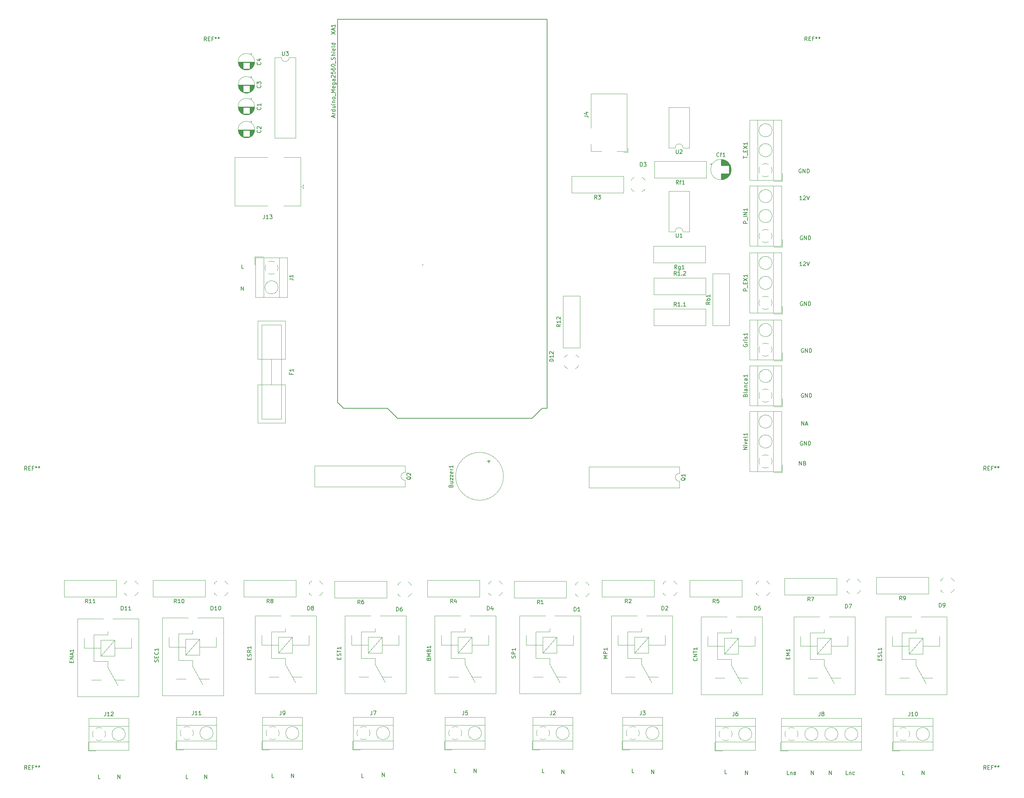
<source format=gbr>
%TF.GenerationSoftware,KiCad,Pcbnew,5.1.10-88a1d61d58~90~ubuntu20.04.1*%
%TF.CreationDate,2022-04-26T09:50:21-05:00*%
%TF.ProjectId,Autoclave_2.0,4175746f-636c-4617-9665-5f322e302e6b,rev?*%
%TF.SameCoordinates,Original*%
%TF.FileFunction,Legend,Top*%
%TF.FilePolarity,Positive*%
%FSLAX46Y46*%
G04 Gerber Fmt 4.6, Leading zero omitted, Abs format (unit mm)*
G04 Created by KiCad (PCBNEW 5.1.10-88a1d61d58~90~ubuntu20.04.1) date 2022-04-26 09:50:21*
%MOMM*%
%LPD*%
G01*
G04 APERTURE LIST*
%ADD10C,0.150000*%
%ADD11C,0.120000*%
%ADD12C,0.100000*%
G04 APERTURE END LIST*
D10*
X223902685Y-85161380D02*
X223902685Y-84161380D01*
X224474114Y-85161380D01*
X224474114Y-84161380D01*
X225283638Y-84637571D02*
X225426495Y-84685190D01*
X225474114Y-84732809D01*
X225521733Y-84828047D01*
X225521733Y-84970904D01*
X225474114Y-85066142D01*
X225426495Y-85113761D01*
X225331257Y-85161380D01*
X224950304Y-85161380D01*
X224950304Y-84161380D01*
X225283638Y-84161380D01*
X225378876Y-84209000D01*
X225426495Y-84256619D01*
X225474114Y-84351857D01*
X225474114Y-84447095D01*
X225426495Y-84542333D01*
X225378876Y-84589952D01*
X225283638Y-84637571D01*
X224950304Y-84637571D01*
X224482114Y-75001380D02*
X224482114Y-74001380D01*
X225053542Y-75001380D01*
X225053542Y-74001380D01*
X225482114Y-74715666D02*
X225958304Y-74715666D01*
X225386876Y-75001380D02*
X225720209Y-74001380D01*
X226053542Y-75001380D01*
X224688495Y-79129000D02*
X224593257Y-79081380D01*
X224450400Y-79081380D01*
X224307542Y-79129000D01*
X224212304Y-79224238D01*
X224164685Y-79319476D01*
X224117066Y-79509952D01*
X224117066Y-79652809D01*
X224164685Y-79843285D01*
X224212304Y-79938523D01*
X224307542Y-80033761D01*
X224450400Y-80081380D01*
X224545638Y-80081380D01*
X224688495Y-80033761D01*
X224736114Y-79986142D01*
X224736114Y-79652809D01*
X224545638Y-79652809D01*
X225164685Y-80081380D02*
X225164685Y-79081380D01*
X225736114Y-80081380D01*
X225736114Y-79081380D01*
X226212304Y-80081380D02*
X226212304Y-79081380D01*
X226450400Y-79081380D01*
X226593257Y-79129000D01*
X226688495Y-79224238D01*
X226736114Y-79319476D01*
X226783733Y-79509952D01*
X226783733Y-79652809D01*
X226736114Y-79843285D01*
X226688495Y-79938523D01*
X226593257Y-80033761D01*
X226450400Y-80081380D01*
X226212304Y-80081380D01*
X81807085Y-40660580D02*
X81807085Y-39660580D01*
X82378514Y-40660580D01*
X82378514Y-39660580D01*
X82402323Y-35072580D02*
X81926133Y-35072580D01*
X81926133Y-34072580D01*
X224577352Y-17597380D02*
X224005923Y-17597380D01*
X224291638Y-17597380D02*
X224291638Y-16597380D01*
X224196400Y-16740238D01*
X224101161Y-16835476D01*
X224005923Y-16883095D01*
X224958304Y-16692619D02*
X225005923Y-16645000D01*
X225101161Y-16597380D01*
X225339257Y-16597380D01*
X225434495Y-16645000D01*
X225482114Y-16692619D01*
X225529733Y-16787857D01*
X225529733Y-16883095D01*
X225482114Y-17025952D01*
X224910685Y-17597380D01*
X225529733Y-17597380D01*
X225815447Y-16597380D02*
X226148780Y-17597380D01*
X226482114Y-16597380D01*
X224577352Y-34361380D02*
X224005923Y-34361380D01*
X224291638Y-34361380D02*
X224291638Y-33361380D01*
X224196400Y-33504238D01*
X224101161Y-33599476D01*
X224005923Y-33647095D01*
X224958304Y-33456619D02*
X225005923Y-33409000D01*
X225101161Y-33361380D01*
X225339257Y-33361380D01*
X225434495Y-33409000D01*
X225482114Y-33456619D01*
X225529733Y-33551857D01*
X225529733Y-33647095D01*
X225482114Y-33789952D01*
X224910685Y-34361380D01*
X225529733Y-34361380D01*
X225815447Y-33361380D02*
X226148780Y-34361380D01*
X226482114Y-33361380D01*
X224358295Y-9761600D02*
X224263057Y-9713980D01*
X224120200Y-9713980D01*
X223977342Y-9761600D01*
X223882104Y-9856838D01*
X223834485Y-9952076D01*
X223786866Y-10142552D01*
X223786866Y-10285409D01*
X223834485Y-10475885D01*
X223882104Y-10571123D01*
X223977342Y-10666361D01*
X224120200Y-10713980D01*
X224215438Y-10713980D01*
X224358295Y-10666361D01*
X224405914Y-10618742D01*
X224405914Y-10285409D01*
X224215438Y-10285409D01*
X224834485Y-10713980D02*
X224834485Y-9713980D01*
X225405914Y-10713980D01*
X225405914Y-9713980D01*
X225882104Y-10713980D02*
X225882104Y-9713980D01*
X226120200Y-9713980D01*
X226263057Y-9761600D01*
X226358295Y-9856838D01*
X226405914Y-9952076D01*
X226453533Y-10142552D01*
X226453533Y-10285409D01*
X226405914Y-10475885D01*
X226358295Y-10571123D01*
X226263057Y-10666361D01*
X226120200Y-10713980D01*
X225882104Y-10713980D01*
X224688495Y-26805000D02*
X224593257Y-26757380D01*
X224450400Y-26757380D01*
X224307542Y-26805000D01*
X224212304Y-26900238D01*
X224164685Y-26995476D01*
X224117066Y-27185952D01*
X224117066Y-27328809D01*
X224164685Y-27519285D01*
X224212304Y-27614523D01*
X224307542Y-27709761D01*
X224450400Y-27757380D01*
X224545638Y-27757380D01*
X224688495Y-27709761D01*
X224736114Y-27662142D01*
X224736114Y-27328809D01*
X224545638Y-27328809D01*
X225164685Y-27757380D02*
X225164685Y-26757380D01*
X225736114Y-27757380D01*
X225736114Y-26757380D01*
X226212304Y-27757380D02*
X226212304Y-26757380D01*
X226450400Y-26757380D01*
X226593257Y-26805000D01*
X226688495Y-26900238D01*
X226736114Y-26995476D01*
X226783733Y-27185952D01*
X226783733Y-27328809D01*
X226736114Y-27519285D01*
X226688495Y-27614523D01*
X226593257Y-27709761D01*
X226450400Y-27757380D01*
X226212304Y-27757380D01*
X224688495Y-43569000D02*
X224593257Y-43521380D01*
X224450400Y-43521380D01*
X224307542Y-43569000D01*
X224212304Y-43664238D01*
X224164685Y-43759476D01*
X224117066Y-43949952D01*
X224117066Y-44092809D01*
X224164685Y-44283285D01*
X224212304Y-44378523D01*
X224307542Y-44473761D01*
X224450400Y-44521380D01*
X224545638Y-44521380D01*
X224688495Y-44473761D01*
X224736114Y-44426142D01*
X224736114Y-44092809D01*
X224545638Y-44092809D01*
X225164685Y-44521380D02*
X225164685Y-43521380D01*
X225736114Y-44521380D01*
X225736114Y-43521380D01*
X226212304Y-44521380D02*
X226212304Y-43521380D01*
X226450400Y-43521380D01*
X226593257Y-43569000D01*
X226688495Y-43664238D01*
X226736114Y-43759476D01*
X226783733Y-43949952D01*
X226783733Y-44092809D01*
X226736114Y-44283285D01*
X226688495Y-44378523D01*
X226593257Y-44473761D01*
X226450400Y-44521380D01*
X226212304Y-44521380D01*
X224942495Y-55507000D02*
X224847257Y-55459380D01*
X224704400Y-55459380D01*
X224561542Y-55507000D01*
X224466304Y-55602238D01*
X224418685Y-55697476D01*
X224371066Y-55887952D01*
X224371066Y-56030809D01*
X224418685Y-56221285D01*
X224466304Y-56316523D01*
X224561542Y-56411761D01*
X224704400Y-56459380D01*
X224799638Y-56459380D01*
X224942495Y-56411761D01*
X224990114Y-56364142D01*
X224990114Y-56030809D01*
X224799638Y-56030809D01*
X225418685Y-56459380D02*
X225418685Y-55459380D01*
X225990114Y-56459380D01*
X225990114Y-55459380D01*
X226466304Y-56459380D02*
X226466304Y-55459380D01*
X226704400Y-55459380D01*
X226847257Y-55507000D01*
X226942495Y-55602238D01*
X226990114Y-55697476D01*
X227037733Y-55887952D01*
X227037733Y-56030809D01*
X226990114Y-56221285D01*
X226942495Y-56316523D01*
X226847257Y-56411761D01*
X226704400Y-56459380D01*
X226466304Y-56459380D01*
X224942495Y-66937000D02*
X224847257Y-66889380D01*
X224704400Y-66889380D01*
X224561542Y-66937000D01*
X224466304Y-67032238D01*
X224418685Y-67127476D01*
X224371066Y-67317952D01*
X224371066Y-67460809D01*
X224418685Y-67651285D01*
X224466304Y-67746523D01*
X224561542Y-67841761D01*
X224704400Y-67889380D01*
X224799638Y-67889380D01*
X224942495Y-67841761D01*
X224990114Y-67794142D01*
X224990114Y-67460809D01*
X224799638Y-67460809D01*
X225418685Y-67889380D02*
X225418685Y-66889380D01*
X225990114Y-67889380D01*
X225990114Y-66889380D01*
X226466304Y-67889380D02*
X226466304Y-66889380D01*
X226704400Y-66889380D01*
X226847257Y-66937000D01*
X226942495Y-67032238D01*
X226990114Y-67127476D01*
X227037733Y-67317952D01*
X227037733Y-67460809D01*
X226990114Y-67651285D01*
X226942495Y-67746523D01*
X226847257Y-67841761D01*
X226704400Y-67889380D01*
X226466304Y-67889380D01*
X205439923Y-163723580D02*
X204963733Y-163723580D01*
X204963733Y-162723580D01*
X181817923Y-163469580D02*
X181341733Y-163469580D01*
X181341733Y-162469580D01*
X158957923Y-163469580D02*
X158481733Y-163469580D01*
X158481733Y-162469580D01*
X136605923Y-163469580D02*
X136129733Y-163469580D01*
X136129733Y-162469580D01*
X112983923Y-164739580D02*
X112507733Y-164739580D01*
X112507733Y-163739580D01*
X90123923Y-164739580D02*
X89647733Y-164739580D01*
X89647733Y-163739580D01*
X68279923Y-164993580D02*
X67803733Y-164993580D01*
X67803733Y-163993580D01*
X45927923Y-164993580D02*
X45451733Y-164993580D01*
X45451733Y-163993580D01*
X50412685Y-164993580D02*
X50412685Y-163993580D01*
X50984114Y-164993580D01*
X50984114Y-163993580D01*
X72510685Y-164993580D02*
X72510685Y-163993580D01*
X73082114Y-164993580D01*
X73082114Y-163993580D01*
X94608685Y-164739580D02*
X94608685Y-163739580D01*
X95180114Y-164739580D01*
X95180114Y-163739580D01*
X117722685Y-164485580D02*
X117722685Y-163485580D01*
X118294114Y-164485580D01*
X118294114Y-163485580D01*
X141090685Y-163469580D02*
X141090685Y-162469580D01*
X141662114Y-163469580D01*
X141662114Y-162469580D01*
X163442685Y-163723580D02*
X163442685Y-162723580D01*
X164014114Y-163723580D01*
X164014114Y-162723580D01*
X186302685Y-163723580D02*
X186302685Y-162723580D01*
X186874114Y-163723580D01*
X186874114Y-162723580D01*
X210178685Y-163977580D02*
X210178685Y-162977580D01*
X210750114Y-163977580D01*
X210750114Y-162977580D01*
X250651923Y-163977580D02*
X250175733Y-163977580D01*
X250175733Y-162977580D01*
X255136685Y-163977580D02*
X255136685Y-162977580D01*
X255708114Y-163977580D01*
X255708114Y-162977580D01*
X221299161Y-163977580D02*
X220822971Y-163977580D01*
X220822971Y-162977580D01*
X221632495Y-163310914D02*
X221632495Y-163977580D01*
X221632495Y-163406152D02*
X221680114Y-163358533D01*
X221775352Y-163310914D01*
X221918209Y-163310914D01*
X222013447Y-163358533D01*
X222061066Y-163453771D01*
X222061066Y-163977580D01*
X222965828Y-163977580D02*
X222965828Y-163453771D01*
X222918209Y-163358533D01*
X222822971Y-163310914D01*
X222632495Y-163310914D01*
X222537257Y-163358533D01*
X222965828Y-163929961D02*
X222870590Y-163977580D01*
X222632495Y-163977580D01*
X222537257Y-163929961D01*
X222489638Y-163834723D01*
X222489638Y-163739485D01*
X222537257Y-163644247D01*
X222632495Y-163596628D01*
X222870590Y-163596628D01*
X222965828Y-163549009D01*
X236308971Y-163977580D02*
X235832780Y-163977580D01*
X235832780Y-162977580D01*
X236642304Y-163310914D02*
X236642304Y-163977580D01*
X236642304Y-163406152D02*
X236689923Y-163358533D01*
X236785161Y-163310914D01*
X236928019Y-163310914D01*
X237023257Y-163358533D01*
X237070876Y-163453771D01*
X237070876Y-163977580D01*
X237975638Y-163929961D02*
X237880400Y-163977580D01*
X237689923Y-163977580D01*
X237594685Y-163929961D01*
X237547066Y-163882342D01*
X237499447Y-163787104D01*
X237499447Y-163501390D01*
X237547066Y-163406152D01*
X237594685Y-163358533D01*
X237689923Y-163310914D01*
X237880400Y-163310914D01*
X237975638Y-163358533D01*
X231514685Y-163977580D02*
X231514685Y-162977580D01*
X232086114Y-163977580D01*
X232086114Y-162977580D01*
X226942685Y-163977580D02*
X226942685Y-162977580D01*
X227514114Y-163977580D01*
X227514114Y-162977580D01*
%TO.C,XA1*%
X106349800Y28371800D02*
X106349800Y-69164200D01*
X159689800Y28371800D02*
X159689800Y-70688200D01*
X106349800Y-69164200D02*
X107873800Y-70688200D01*
X159689800Y-70688200D02*
X158419800Y-70688200D01*
X158419800Y-70688200D02*
X155879800Y-73228200D01*
X155879800Y-73228200D02*
X121589800Y-73228200D01*
X121589800Y-73228200D02*
X119049800Y-70688200D01*
X119049800Y-70688200D02*
X107873800Y-70688200D01*
X106349800Y28371800D02*
X159689800Y28371800D01*
D11*
%TO.C,J4*%
X179187800Y-5443400D02*
X180237800Y-5443400D01*
X180237800Y-4393400D02*
X180237800Y-5443400D01*
X170837800Y656600D02*
X170837800Y9456600D01*
X170837800Y9456600D02*
X180037800Y9456600D01*
X173537800Y-5243400D02*
X170837800Y-5243400D01*
X170837800Y-5243400D02*
X170837800Y-3343400D01*
X180037800Y9456600D02*
X180037800Y-5243400D01*
X180037800Y-5243400D02*
X177437800Y-5243400D01*
%TO.C,Blanca1*%
X219590400Y-70237000D02*
X219590400Y-68237000D01*
X217350400Y-70237000D02*
X219590400Y-70237000D01*
X216266400Y-63617000D02*
X216359400Y-63711000D01*
X214015400Y-61367000D02*
X214074400Y-61426000D01*
X216506400Y-63447000D02*
X216564400Y-63506000D01*
X214221400Y-61162000D02*
X214314400Y-61256000D01*
X211230400Y-59877000D02*
X219350400Y-59877000D01*
X211230400Y-69997000D02*
X219350400Y-69997000D01*
X219350400Y-69997000D02*
X219350400Y-59877000D01*
X211230400Y-69997000D02*
X211230400Y-59877000D01*
X213290400Y-69997000D02*
X213290400Y-59877000D01*
X217290400Y-69997000D02*
X217290400Y-59877000D01*
X216970400Y-62437000D02*
G75*
G03*
X216970400Y-62437000I-1680000J0D01*
G01*
X216773752Y-66648288D02*
G75*
G02*
X216970400Y-67437000I-1483352J-788712D01*
G01*
X214501312Y-65953047D02*
G75*
G02*
X216079400Y-65953000I789088J-1483953D01*
G01*
X213806447Y-68226088D02*
G75*
G02*
X213806400Y-66648000I1483953J789088D01*
G01*
X216079488Y-68920953D02*
G75*
G02*
X214501400Y-68921000I-789088J1483953D01*
G01*
X216970850Y-67407617D02*
G75*
G02*
X216774400Y-68226000I-1680450J-29383D01*
G01*
%TO.C,T_EX1*%
X216970400Y-4953000D02*
G75*
G03*
X216970400Y-4953000I-1680000J0D01*
G01*
X216970400Y127000D02*
G75*
G03*
X216970400Y127000I-1680000J0D01*
G01*
X217290400Y-12633000D02*
X217290400Y2727000D01*
X213290400Y-12633000D02*
X213290400Y2727000D01*
X211230400Y-12633000D02*
X211230400Y2727000D01*
X219350400Y-12633000D02*
X219350400Y2727000D01*
X211230400Y-12633000D02*
X219350400Y-12633000D01*
X211230400Y2727000D02*
X219350400Y2727000D01*
X214221400Y-3678000D02*
X214314400Y-3772000D01*
X216506400Y-5963000D02*
X216564400Y-6022000D01*
X214015400Y-3883000D02*
X214074400Y-3942000D01*
X216266400Y-6133000D02*
X216359400Y-6227000D01*
X214221400Y1402000D02*
X214314400Y1308000D01*
X216506400Y-883000D02*
X216564400Y-942000D01*
X214015400Y1197000D02*
X214074400Y1138000D01*
X216266400Y-1053000D02*
X216359400Y-1147000D01*
X217350400Y-12873000D02*
X219590400Y-12873000D01*
X219590400Y-12873000D02*
X219590400Y-10873000D01*
X216773752Y-9244288D02*
G75*
G02*
X216970400Y-10033000I-1483352J-788712D01*
G01*
X214501312Y-8549047D02*
G75*
G02*
X216079400Y-8549000I789088J-1483953D01*
G01*
X213806447Y-10822088D02*
G75*
G02*
X213806400Y-9244000I1483953J789088D01*
G01*
X216079488Y-11516953D02*
G75*
G02*
X214501400Y-11517000I-789088J1483953D01*
G01*
X216970850Y-10003617D02*
G75*
G02*
X216774400Y-10822000I-1680450J-29383D01*
G01*
%TO.C,P_IN1*%
X216970400Y-21717000D02*
G75*
G03*
X216970400Y-21717000I-1680000J0D01*
G01*
X216970400Y-16637000D02*
G75*
G03*
X216970400Y-16637000I-1680000J0D01*
G01*
X217290400Y-29397000D02*
X217290400Y-14037000D01*
X213290400Y-29397000D02*
X213290400Y-14037000D01*
X211230400Y-29397000D02*
X211230400Y-14037000D01*
X219350400Y-29397000D02*
X219350400Y-14037000D01*
X211230400Y-29397000D02*
X219350400Y-29397000D01*
X211230400Y-14037000D02*
X219350400Y-14037000D01*
X214221400Y-20442000D02*
X214314400Y-20536000D01*
X216506400Y-22727000D02*
X216564400Y-22786000D01*
X214015400Y-20647000D02*
X214074400Y-20706000D01*
X216266400Y-22897000D02*
X216359400Y-22991000D01*
X214221400Y-15362000D02*
X214314400Y-15456000D01*
X216506400Y-17647000D02*
X216564400Y-17706000D01*
X214015400Y-15567000D02*
X214074400Y-15626000D01*
X216266400Y-17817000D02*
X216359400Y-17911000D01*
X217350400Y-29637000D02*
X219590400Y-29637000D01*
X219590400Y-29637000D02*
X219590400Y-27637000D01*
X216773752Y-26008288D02*
G75*
G02*
X216970400Y-26797000I-1483352J-788712D01*
G01*
X214501312Y-25313047D02*
G75*
G02*
X216079400Y-25313000I789088J-1483953D01*
G01*
X213806447Y-27586088D02*
G75*
G02*
X213806400Y-26008000I1483953J789088D01*
G01*
X216079488Y-28280953D02*
G75*
G02*
X214501400Y-28281000I-789088J1483953D01*
G01*
X216970850Y-26767617D02*
G75*
G02*
X216774400Y-27586000I-1680450J-29383D01*
G01*
%TO.C,P_EX1*%
X216970400Y-38735000D02*
G75*
G03*
X216970400Y-38735000I-1680000J0D01*
G01*
X216970400Y-33655000D02*
G75*
G03*
X216970400Y-33655000I-1680000J0D01*
G01*
X217290400Y-46415000D02*
X217290400Y-31055000D01*
X213290400Y-46415000D02*
X213290400Y-31055000D01*
X211230400Y-46415000D02*
X211230400Y-31055000D01*
X219350400Y-46415000D02*
X219350400Y-31055000D01*
X211230400Y-46415000D02*
X219350400Y-46415000D01*
X211230400Y-31055000D02*
X219350400Y-31055000D01*
X214221400Y-37460000D02*
X214314400Y-37554000D01*
X216506400Y-39745000D02*
X216564400Y-39804000D01*
X214015400Y-37665000D02*
X214074400Y-37724000D01*
X216266400Y-39915000D02*
X216359400Y-40009000D01*
X214221400Y-32380000D02*
X214314400Y-32474000D01*
X216506400Y-34665000D02*
X216564400Y-34724000D01*
X214015400Y-32585000D02*
X214074400Y-32644000D01*
X216266400Y-34835000D02*
X216359400Y-34929000D01*
X217350400Y-46655000D02*
X219590400Y-46655000D01*
X219590400Y-46655000D02*
X219590400Y-44655000D01*
X216773752Y-43026288D02*
G75*
G02*
X216970400Y-43815000I-1483352J-788712D01*
G01*
X214501312Y-42331047D02*
G75*
G02*
X216079400Y-42331000I789088J-1483953D01*
G01*
X213806447Y-44604088D02*
G75*
G02*
X213806400Y-43026000I1483953J789088D01*
G01*
X216079488Y-45298953D02*
G75*
G02*
X214501400Y-45299000I-789088J1483953D01*
G01*
X216970850Y-43785617D02*
G75*
G02*
X216774400Y-44604000I-1680450J-29383D01*
G01*
%TO.C,Nivel1*%
X216970400Y-79121000D02*
G75*
G03*
X216970400Y-79121000I-1680000J0D01*
G01*
X216970400Y-74041000D02*
G75*
G03*
X216970400Y-74041000I-1680000J0D01*
G01*
X217290400Y-86801000D02*
X217290400Y-71441000D01*
X213290400Y-86801000D02*
X213290400Y-71441000D01*
X211230400Y-86801000D02*
X211230400Y-71441000D01*
X219350400Y-86801000D02*
X219350400Y-71441000D01*
X211230400Y-86801000D02*
X219350400Y-86801000D01*
X211230400Y-71441000D02*
X219350400Y-71441000D01*
X214221400Y-77846000D02*
X214314400Y-77940000D01*
X216506400Y-80131000D02*
X216564400Y-80190000D01*
X214015400Y-78051000D02*
X214074400Y-78110000D01*
X216266400Y-80301000D02*
X216359400Y-80395000D01*
X214221400Y-72766000D02*
X214314400Y-72860000D01*
X216506400Y-75051000D02*
X216564400Y-75110000D01*
X214015400Y-72971000D02*
X214074400Y-73030000D01*
X216266400Y-75221000D02*
X216359400Y-75315000D01*
X217350400Y-87041000D02*
X219590400Y-87041000D01*
X219590400Y-87041000D02*
X219590400Y-85041000D01*
X216773752Y-83412288D02*
G75*
G02*
X216970400Y-84201000I-1483352J-788712D01*
G01*
X214501312Y-82717047D02*
G75*
G02*
X216079400Y-82717000I789088J-1483953D01*
G01*
X213806447Y-84990088D02*
G75*
G02*
X213806400Y-83412000I1483953J789088D01*
G01*
X216079488Y-85684953D02*
G75*
G02*
X214501400Y-85685000I-789088J1483953D01*
G01*
X216970850Y-84171617D02*
G75*
G02*
X216774400Y-84990000I-1680450J-29383D01*
G01*
%TO.C,J12*%
X52298400Y-153619200D02*
G75*
G03*
X52298400Y-153619200I-1680000J0D01*
G01*
X43058400Y-155619200D02*
X53178400Y-155619200D01*
X43058400Y-151619200D02*
X53178400Y-151619200D01*
X43058400Y-149559200D02*
X53178400Y-149559200D01*
X43058400Y-157679200D02*
X53178400Y-157679200D01*
X43058400Y-149559200D02*
X43058400Y-157679200D01*
X53178400Y-149559200D02*
X53178400Y-157679200D01*
X51893400Y-152550200D02*
X51799400Y-152643200D01*
X49608400Y-154835200D02*
X49549400Y-154893200D01*
X51688400Y-152344200D02*
X51629400Y-152403200D01*
X49438400Y-154595200D02*
X49344400Y-154688200D01*
X42818400Y-155679200D02*
X42818400Y-157919200D01*
X42818400Y-157919200D02*
X44818400Y-157919200D01*
X46407112Y-155102552D02*
G75*
G02*
X45618400Y-155299200I-788712J1483352D01*
G01*
X47102353Y-152830112D02*
G75*
G02*
X47102400Y-154408200I-1483953J-789088D01*
G01*
X44829312Y-152135247D02*
G75*
G02*
X46407400Y-152135200I789088J-1483953D01*
G01*
X44134447Y-154408288D02*
G75*
G02*
X44134400Y-152830200I1483953J789088D01*
G01*
X45647783Y-155299650D02*
G75*
G02*
X44829400Y-155103200I-29383J1680450D01*
G01*
%TO.C,J11*%
X74650400Y-153365200D02*
G75*
G03*
X74650400Y-153365200I-1680000J0D01*
G01*
X65410400Y-155365200D02*
X75530400Y-155365200D01*
X65410400Y-151365200D02*
X75530400Y-151365200D01*
X65410400Y-149305200D02*
X75530400Y-149305200D01*
X65410400Y-157425200D02*
X75530400Y-157425200D01*
X65410400Y-149305200D02*
X65410400Y-157425200D01*
X75530400Y-149305200D02*
X75530400Y-157425200D01*
X74245400Y-152296200D02*
X74151400Y-152389200D01*
X71960400Y-154581200D02*
X71901400Y-154639200D01*
X74040400Y-152090200D02*
X73981400Y-152149200D01*
X71790400Y-154341200D02*
X71696400Y-154434200D01*
X65170400Y-155425200D02*
X65170400Y-157665200D01*
X65170400Y-157665200D02*
X67170400Y-157665200D01*
X68759112Y-154848552D02*
G75*
G02*
X67970400Y-155045200I-788712J1483352D01*
G01*
X69454353Y-152576112D02*
G75*
G02*
X69454400Y-154154200I-1483953J-789088D01*
G01*
X67181312Y-151881247D02*
G75*
G02*
X68759400Y-151881200I789088J-1483953D01*
G01*
X66486447Y-154154288D02*
G75*
G02*
X66486400Y-152576200I1483953J789088D01*
G01*
X67999783Y-155045650D02*
G75*
G02*
X67181400Y-154849200I-29383J1680450D01*
G01*
%TO.C,J10*%
X257022400Y-153619200D02*
G75*
G03*
X257022400Y-153619200I-1680000J0D01*
G01*
X247782400Y-155619200D02*
X257902400Y-155619200D01*
X247782400Y-151619200D02*
X257902400Y-151619200D01*
X247782400Y-149559200D02*
X257902400Y-149559200D01*
X247782400Y-157679200D02*
X257902400Y-157679200D01*
X247782400Y-149559200D02*
X247782400Y-157679200D01*
X257902400Y-149559200D02*
X257902400Y-157679200D01*
X256617400Y-152550200D02*
X256523400Y-152643200D01*
X254332400Y-154835200D02*
X254273400Y-154893200D01*
X256412400Y-152344200D02*
X256353400Y-152403200D01*
X254162400Y-154595200D02*
X254068400Y-154688200D01*
X247542400Y-155679200D02*
X247542400Y-157919200D01*
X247542400Y-157919200D02*
X249542400Y-157919200D01*
X251131112Y-155102552D02*
G75*
G02*
X250342400Y-155299200I-788712J1483352D01*
G01*
X251826353Y-152830112D02*
G75*
G02*
X251826400Y-154408200I-1483953J-789088D01*
G01*
X249553312Y-152135247D02*
G75*
G02*
X251131400Y-152135200I789088J-1483953D01*
G01*
X248858447Y-154408288D02*
G75*
G02*
X248858400Y-152830200I1483953J789088D01*
G01*
X250371783Y-155299650D02*
G75*
G02*
X249553400Y-155103200I-29383J1680450D01*
G01*
%TO.C,J9*%
X96494400Y-153365200D02*
G75*
G03*
X96494400Y-153365200I-1680000J0D01*
G01*
X87254400Y-155365200D02*
X97374400Y-155365200D01*
X87254400Y-151365200D02*
X97374400Y-151365200D01*
X87254400Y-149305200D02*
X97374400Y-149305200D01*
X87254400Y-157425200D02*
X97374400Y-157425200D01*
X87254400Y-149305200D02*
X87254400Y-157425200D01*
X97374400Y-149305200D02*
X97374400Y-157425200D01*
X96089400Y-152296200D02*
X95995400Y-152389200D01*
X93804400Y-154581200D02*
X93745400Y-154639200D01*
X95884400Y-152090200D02*
X95825400Y-152149200D01*
X93634400Y-154341200D02*
X93540400Y-154434200D01*
X87014400Y-155425200D02*
X87014400Y-157665200D01*
X87014400Y-157665200D02*
X89014400Y-157665200D01*
X90603112Y-154848552D02*
G75*
G02*
X89814400Y-155045200I-788712J1483352D01*
G01*
X91298353Y-152576112D02*
G75*
G02*
X91298400Y-154154200I-1483953J-789088D01*
G01*
X89025312Y-151881247D02*
G75*
G02*
X90603400Y-151881200I789088J-1483953D01*
G01*
X88330447Y-154154288D02*
G75*
G02*
X88330400Y-152576200I1483953J789088D01*
G01*
X89843783Y-155045650D02*
G75*
G02*
X89025400Y-154849200I-29383J1680450D01*
G01*
%TO.C,J8*%
X228654400Y-153619200D02*
G75*
G03*
X228654400Y-153619200I-1680000J0D01*
G01*
X233734400Y-153619200D02*
G75*
G03*
X233734400Y-153619200I-1680000J0D01*
G01*
X238814400Y-153619200D02*
G75*
G03*
X238814400Y-153619200I-1680000J0D01*
G01*
X219294400Y-155619200D02*
X239734400Y-155619200D01*
X219294400Y-151619200D02*
X239734400Y-151619200D01*
X219294400Y-149559200D02*
X239734400Y-149559200D01*
X219294400Y-157679200D02*
X239734400Y-157679200D01*
X219294400Y-149559200D02*
X219294400Y-157679200D01*
X239734400Y-149559200D02*
X239734400Y-157679200D01*
X228249400Y-152550200D02*
X228155400Y-152643200D01*
X225964400Y-154835200D02*
X225905400Y-154893200D01*
X228044400Y-152344200D02*
X227985400Y-152403200D01*
X225794400Y-154595200D02*
X225700400Y-154688200D01*
X233329400Y-152550200D02*
X233235400Y-152643200D01*
X231044400Y-154835200D02*
X230985400Y-154893200D01*
X233124400Y-152344200D02*
X233065400Y-152403200D01*
X230874400Y-154595200D02*
X230780400Y-154688200D01*
X238409400Y-152550200D02*
X238315400Y-152643200D01*
X236124400Y-154835200D02*
X236065400Y-154893200D01*
X238204400Y-152344200D02*
X238145400Y-152403200D01*
X235954400Y-154595200D02*
X235860400Y-154688200D01*
X219054400Y-155679200D02*
X219054400Y-157919200D01*
X219054400Y-157919200D02*
X221054400Y-157919200D01*
X222683112Y-155102552D02*
G75*
G02*
X221894400Y-155299200I-788712J1483352D01*
G01*
X223378353Y-152830112D02*
G75*
G02*
X223378400Y-154408200I-1483953J-789088D01*
G01*
X221105312Y-152135247D02*
G75*
G02*
X222683400Y-152135200I789088J-1483953D01*
G01*
X220410447Y-154408288D02*
G75*
G02*
X220410400Y-152830200I1483953J789088D01*
G01*
X221923783Y-155299650D02*
G75*
G02*
X221105400Y-155103200I-29383J1680450D01*
G01*
%TO.C,J7*%
X119608400Y-153365200D02*
G75*
G03*
X119608400Y-153365200I-1680000J0D01*
G01*
X110368400Y-155365200D02*
X120488400Y-155365200D01*
X110368400Y-151365200D02*
X120488400Y-151365200D01*
X110368400Y-149305200D02*
X120488400Y-149305200D01*
X110368400Y-157425200D02*
X120488400Y-157425200D01*
X110368400Y-149305200D02*
X110368400Y-157425200D01*
X120488400Y-149305200D02*
X120488400Y-157425200D01*
X119203400Y-152296200D02*
X119109400Y-152389200D01*
X116918400Y-154581200D02*
X116859400Y-154639200D01*
X118998400Y-152090200D02*
X118939400Y-152149200D01*
X116748400Y-154341200D02*
X116654400Y-154434200D01*
X110128400Y-155425200D02*
X110128400Y-157665200D01*
X110128400Y-157665200D02*
X112128400Y-157665200D01*
X113717112Y-154848552D02*
G75*
G02*
X112928400Y-155045200I-788712J1483352D01*
G01*
X114412353Y-152576112D02*
G75*
G02*
X114412400Y-154154200I-1483953J-789088D01*
G01*
X112139312Y-151881247D02*
G75*
G02*
X113717400Y-151881200I789088J-1483953D01*
G01*
X111444447Y-154154288D02*
G75*
G02*
X111444400Y-152576200I1483953J789088D01*
G01*
X112957783Y-155045650D02*
G75*
G02*
X112139400Y-154849200I-29383J1680450D01*
G01*
%TO.C,J6*%
X211810400Y-153619200D02*
G75*
G03*
X211810400Y-153619200I-1680000J0D01*
G01*
X202570400Y-155619200D02*
X212690400Y-155619200D01*
X202570400Y-151619200D02*
X212690400Y-151619200D01*
X202570400Y-149559200D02*
X212690400Y-149559200D01*
X202570400Y-157679200D02*
X212690400Y-157679200D01*
X202570400Y-149559200D02*
X202570400Y-157679200D01*
X212690400Y-149559200D02*
X212690400Y-157679200D01*
X211405400Y-152550200D02*
X211311400Y-152643200D01*
X209120400Y-154835200D02*
X209061400Y-154893200D01*
X211200400Y-152344200D02*
X211141400Y-152403200D01*
X208950400Y-154595200D02*
X208856400Y-154688200D01*
X202330400Y-155679200D02*
X202330400Y-157919200D01*
X202330400Y-157919200D02*
X204330400Y-157919200D01*
X205919112Y-155102552D02*
G75*
G02*
X205130400Y-155299200I-788712J1483352D01*
G01*
X206614353Y-152830112D02*
G75*
G02*
X206614400Y-154408200I-1483953J-789088D01*
G01*
X204341312Y-152135247D02*
G75*
G02*
X205919400Y-152135200I789088J-1483953D01*
G01*
X203646447Y-154408288D02*
G75*
G02*
X203646400Y-152830200I1483953J789088D01*
G01*
X205159783Y-155299650D02*
G75*
G02*
X204341400Y-155103200I-29383J1680450D01*
G01*
%TO.C,J5*%
X142976400Y-153365200D02*
G75*
G03*
X142976400Y-153365200I-1680000J0D01*
G01*
X133736400Y-155365200D02*
X143856400Y-155365200D01*
X133736400Y-151365200D02*
X143856400Y-151365200D01*
X133736400Y-149305200D02*
X143856400Y-149305200D01*
X133736400Y-157425200D02*
X143856400Y-157425200D01*
X133736400Y-149305200D02*
X133736400Y-157425200D01*
X143856400Y-149305200D02*
X143856400Y-157425200D01*
X142571400Y-152296200D02*
X142477400Y-152389200D01*
X140286400Y-154581200D02*
X140227400Y-154639200D01*
X142366400Y-152090200D02*
X142307400Y-152149200D01*
X140116400Y-154341200D02*
X140022400Y-154434200D01*
X133496400Y-155425200D02*
X133496400Y-157665200D01*
X133496400Y-157665200D02*
X135496400Y-157665200D01*
X137085112Y-154848552D02*
G75*
G02*
X136296400Y-155045200I-788712J1483352D01*
G01*
X137780353Y-152576112D02*
G75*
G02*
X137780400Y-154154200I-1483953J-789088D01*
G01*
X135507312Y-151881247D02*
G75*
G02*
X137085400Y-151881200I789088J-1483953D01*
G01*
X134812447Y-154154288D02*
G75*
G02*
X134812400Y-152576200I1483953J789088D01*
G01*
X136325783Y-155045650D02*
G75*
G02*
X135507400Y-154849200I-29383J1680450D01*
G01*
%TO.C,J3*%
X188188400Y-153365200D02*
G75*
G03*
X188188400Y-153365200I-1680000J0D01*
G01*
X178948400Y-155365200D02*
X189068400Y-155365200D01*
X178948400Y-151365200D02*
X189068400Y-151365200D01*
X178948400Y-149305200D02*
X189068400Y-149305200D01*
X178948400Y-157425200D02*
X189068400Y-157425200D01*
X178948400Y-149305200D02*
X178948400Y-157425200D01*
X189068400Y-149305200D02*
X189068400Y-157425200D01*
X187783400Y-152296200D02*
X187689400Y-152389200D01*
X185498400Y-154581200D02*
X185439400Y-154639200D01*
X187578400Y-152090200D02*
X187519400Y-152149200D01*
X185328400Y-154341200D02*
X185234400Y-154434200D01*
X178708400Y-155425200D02*
X178708400Y-157665200D01*
X178708400Y-157665200D02*
X180708400Y-157665200D01*
X182297112Y-154848552D02*
G75*
G02*
X181508400Y-155045200I-788712J1483352D01*
G01*
X182992353Y-152576112D02*
G75*
G02*
X182992400Y-154154200I-1483953J-789088D01*
G01*
X180719312Y-151881247D02*
G75*
G02*
X182297400Y-151881200I789088J-1483953D01*
G01*
X180024447Y-154154288D02*
G75*
G02*
X180024400Y-152576200I1483953J789088D01*
G01*
X181537783Y-155045650D02*
G75*
G02*
X180719400Y-154849200I-29383J1680450D01*
G01*
%TO.C,J2*%
X165328400Y-153365200D02*
G75*
G03*
X165328400Y-153365200I-1680000J0D01*
G01*
X156088400Y-155365200D02*
X166208400Y-155365200D01*
X156088400Y-151365200D02*
X166208400Y-151365200D01*
X156088400Y-149305200D02*
X166208400Y-149305200D01*
X156088400Y-157425200D02*
X166208400Y-157425200D01*
X156088400Y-149305200D02*
X156088400Y-157425200D01*
X166208400Y-149305200D02*
X166208400Y-157425200D01*
X164923400Y-152296200D02*
X164829400Y-152389200D01*
X162638400Y-154581200D02*
X162579400Y-154639200D01*
X164718400Y-152090200D02*
X164659400Y-152149200D01*
X162468400Y-154341200D02*
X162374400Y-154434200D01*
X155848400Y-155425200D02*
X155848400Y-157665200D01*
X155848400Y-157665200D02*
X157848400Y-157665200D01*
X159437112Y-154848552D02*
G75*
G02*
X158648400Y-155045200I-788712J1483352D01*
G01*
X160132353Y-152576112D02*
G75*
G02*
X160132400Y-154154200I-1483953J-789088D01*
G01*
X157859312Y-151881247D02*
G75*
G02*
X159437400Y-151881200I789088J-1483953D01*
G01*
X157164447Y-154154288D02*
G75*
G02*
X157164400Y-152576200I1483953J789088D01*
G01*
X158677783Y-155045650D02*
G75*
G02*
X157859400Y-154849200I-29383J1680450D01*
G01*
%TO.C,J1*%
X91215000Y-39874200D02*
G75*
G03*
X91215000Y-39874200I-1680000J0D01*
G01*
X87535000Y-32314200D02*
X87535000Y-42434200D01*
X91535000Y-32314200D02*
X91535000Y-42434200D01*
X93595000Y-32314200D02*
X93595000Y-42434200D01*
X85475000Y-32314200D02*
X85475000Y-42434200D01*
X93595000Y-32314200D02*
X85475000Y-32314200D01*
X93595000Y-42434200D02*
X85475000Y-42434200D01*
X90604000Y-41149200D02*
X90511000Y-41055200D01*
X88319000Y-38864200D02*
X88261000Y-38805200D01*
X90810000Y-40944200D02*
X90751000Y-40885200D01*
X88559000Y-38694200D02*
X88466000Y-38600200D01*
X87475000Y-32074200D02*
X85235000Y-32074200D01*
X85235000Y-32074200D02*
X85235000Y-34074200D01*
X88051648Y-35662912D02*
G75*
G02*
X87855000Y-34874200I1483352J788712D01*
G01*
X90324088Y-36358153D02*
G75*
G02*
X88746000Y-36358200I-789088J1483953D01*
G01*
X91018953Y-34085112D02*
G75*
G02*
X91019000Y-35663200I-1483953J-789088D01*
G01*
X88745912Y-33390247D02*
G75*
G02*
X90324000Y-33390200I789088J-1483953D01*
G01*
X87854550Y-34903583D02*
G75*
G02*
X88051000Y-34085200I1680450J29383D01*
G01*
%TO.C,Gris1*%
X216970400Y-50753000D02*
G75*
G03*
X216970400Y-50753000I-1680000J0D01*
G01*
X217290400Y-58313000D02*
X217290400Y-48193000D01*
X213290400Y-58313000D02*
X213290400Y-48193000D01*
X211230400Y-58313000D02*
X211230400Y-48193000D01*
X219350400Y-58313000D02*
X219350400Y-48193000D01*
X211230400Y-58313000D02*
X219350400Y-58313000D01*
X211230400Y-48193000D02*
X219350400Y-48193000D01*
X214221400Y-49478000D02*
X214314400Y-49572000D01*
X216506400Y-51763000D02*
X216564400Y-51822000D01*
X214015400Y-49683000D02*
X214074400Y-49742000D01*
X216266400Y-51933000D02*
X216359400Y-52027000D01*
X217350400Y-58553000D02*
X219590400Y-58553000D01*
X219590400Y-58553000D02*
X219590400Y-56553000D01*
X216773752Y-54964288D02*
G75*
G02*
X216970400Y-55753000I-1483352J-788712D01*
G01*
X214501312Y-54269047D02*
G75*
G02*
X216079400Y-54269000I789088J-1483953D01*
G01*
X213806447Y-56542088D02*
G75*
G02*
X213806400Y-54964000I1483953J789088D01*
G01*
X216079488Y-57236953D02*
G75*
G02*
X214501400Y-57237000I-789088J1483953D01*
G01*
X216970850Y-55723617D02*
G75*
G02*
X216774400Y-56542000I-1680450J-29383D01*
G01*
%TO.C,BMB1*%
X137636400Y-123517200D02*
X131036400Y-123517200D01*
X146636400Y-123517200D02*
X140036400Y-123517200D01*
X146636400Y-123517200D02*
X146636400Y-143317200D01*
X146636400Y-143317200D02*
X131036400Y-143317200D01*
X131036400Y-143317200D02*
X131036400Y-123517200D01*
X134636400Y-139067200D02*
X137086400Y-139067200D01*
X143036400Y-139067200D02*
X140536400Y-139067200D01*
X132786400Y-128467200D02*
X132786400Y-130967200D01*
X138786400Y-127567200D02*
X138786400Y-126767200D01*
X144786400Y-130967200D02*
X144786400Y-128467200D01*
X138786400Y-134367200D02*
X138786400Y-135867200D01*
X138786400Y-135867200D02*
X141286400Y-140467200D01*
X135186400Y-134367200D02*
X135186400Y-127567200D01*
X138786400Y-134367200D02*
X135186400Y-134367200D01*
X138786400Y-127567200D02*
X135186400Y-127567200D01*
X144786400Y-130967200D02*
X140586400Y-130967200D01*
X136986400Y-130967200D02*
X132786400Y-130967200D01*
X136986400Y-132967200D02*
X140586400Y-128967200D01*
X136986400Y-128967200D02*
X140586400Y-128967200D01*
X140586400Y-128967200D02*
X140586400Y-132967200D01*
X140586400Y-132967200D02*
X136986400Y-132967200D01*
X136986400Y-132967200D02*
X136986400Y-128967200D01*
%TO.C,Buzzer1*%
X148594000Y-87995600D02*
G75*
G03*
X148594000Y-87995600I-6100000J0D01*
G01*
%TO.C,C1*%
X85254200Y6137400D02*
G75*
G03*
X85254200Y6137400I-2120000J0D01*
G01*
X85214200Y6137400D02*
X81054200Y6137400D01*
X85214200Y6097400D02*
X81054200Y6097400D01*
X85213200Y6057400D02*
X81055200Y6057400D01*
X85211200Y6017400D02*
X81057200Y6017400D01*
X85208200Y5977400D02*
X81060200Y5977400D01*
X85205200Y5937400D02*
X83974200Y5937400D01*
X82294200Y5937400D02*
X81063200Y5937400D01*
X85201200Y5897400D02*
X83974200Y5897400D01*
X82294200Y5897400D02*
X81067200Y5897400D01*
X85196200Y5857400D02*
X83974200Y5857400D01*
X82294200Y5857400D02*
X81072200Y5857400D01*
X85190200Y5817400D02*
X83974200Y5817400D01*
X82294200Y5817400D02*
X81078200Y5817400D01*
X85184200Y5777400D02*
X83974200Y5777400D01*
X82294200Y5777400D02*
X81084200Y5777400D01*
X85176200Y5737400D02*
X83974200Y5737400D01*
X82294200Y5737400D02*
X81092200Y5737400D01*
X85168200Y5697400D02*
X83974200Y5697400D01*
X82294200Y5697400D02*
X81100200Y5697400D01*
X85159200Y5657400D02*
X83974200Y5657400D01*
X82294200Y5657400D02*
X81109200Y5657400D01*
X85150200Y5617400D02*
X83974200Y5617400D01*
X82294200Y5617400D02*
X81118200Y5617400D01*
X85139200Y5577400D02*
X83974200Y5577400D01*
X82294200Y5577400D02*
X81129200Y5577400D01*
X85128200Y5537400D02*
X83974200Y5537400D01*
X82294200Y5537400D02*
X81140200Y5537400D01*
X85116200Y5497400D02*
X83974200Y5497400D01*
X82294200Y5497400D02*
X81152200Y5497400D01*
X85102200Y5457400D02*
X83974200Y5457400D01*
X82294200Y5457400D02*
X81166200Y5457400D01*
X85088200Y5416400D02*
X83974200Y5416400D01*
X82294200Y5416400D02*
X81180200Y5416400D01*
X85074200Y5376400D02*
X83974200Y5376400D01*
X82294200Y5376400D02*
X81194200Y5376400D01*
X85058200Y5336400D02*
X83974200Y5336400D01*
X82294200Y5336400D02*
X81210200Y5336400D01*
X85041200Y5296400D02*
X83974200Y5296400D01*
X82294200Y5296400D02*
X81227200Y5296400D01*
X85023200Y5256400D02*
X83974200Y5256400D01*
X82294200Y5256400D02*
X81245200Y5256400D01*
X85004200Y5216400D02*
X83974200Y5216400D01*
X82294200Y5216400D02*
X81264200Y5216400D01*
X84985200Y5176400D02*
X83974200Y5176400D01*
X82294200Y5176400D02*
X81283200Y5176400D01*
X84964200Y5136400D02*
X83974200Y5136400D01*
X82294200Y5136400D02*
X81304200Y5136400D01*
X84942200Y5096400D02*
X83974200Y5096400D01*
X82294200Y5096400D02*
X81326200Y5096400D01*
X84919200Y5056400D02*
X83974200Y5056400D01*
X82294200Y5056400D02*
X81349200Y5056400D01*
X84894200Y5016400D02*
X83974200Y5016400D01*
X82294200Y5016400D02*
X81374200Y5016400D01*
X84869200Y4976400D02*
X83974200Y4976400D01*
X82294200Y4976400D02*
X81399200Y4976400D01*
X84842200Y4936400D02*
X83974200Y4936400D01*
X82294200Y4936400D02*
X81426200Y4936400D01*
X84814200Y4896400D02*
X83974200Y4896400D01*
X82294200Y4896400D02*
X81454200Y4896400D01*
X84784200Y4856400D02*
X83974200Y4856400D01*
X82294200Y4856400D02*
X81484200Y4856400D01*
X84753200Y4816400D02*
X83974200Y4816400D01*
X82294200Y4816400D02*
X81515200Y4816400D01*
X84721200Y4776400D02*
X83974200Y4776400D01*
X82294200Y4776400D02*
X81547200Y4776400D01*
X84686200Y4736400D02*
X83974200Y4736400D01*
X82294200Y4736400D02*
X81582200Y4736400D01*
X84650200Y4696400D02*
X83974200Y4696400D01*
X82294200Y4696400D02*
X81618200Y4696400D01*
X84612200Y4656400D02*
X83974200Y4656400D01*
X82294200Y4656400D02*
X81656200Y4656400D01*
X84572200Y4616400D02*
X83974200Y4616400D01*
X82294200Y4616400D02*
X81696200Y4616400D01*
X84530200Y4576400D02*
X83974200Y4576400D01*
X82294200Y4576400D02*
X81738200Y4576400D01*
X84485200Y4536400D02*
X83974200Y4536400D01*
X82294200Y4536400D02*
X81783200Y4536400D01*
X84438200Y4496400D02*
X83974200Y4496400D01*
X82294200Y4496400D02*
X81830200Y4496400D01*
X84388200Y4456400D02*
X83974200Y4456400D01*
X82294200Y4456400D02*
X81880200Y4456400D01*
X84334200Y4416400D02*
X83974200Y4416400D01*
X82294200Y4416400D02*
X81934200Y4416400D01*
X84276200Y4376400D02*
X83974200Y4376400D01*
X82294200Y4376400D02*
X81992200Y4376400D01*
X84214200Y4336400D02*
X83974200Y4336400D01*
X82294200Y4336400D02*
X82054200Y4336400D01*
X84147200Y4296400D02*
X82121200Y4296400D01*
X84074200Y4256400D02*
X82194200Y4256400D01*
X83993200Y4216400D02*
X82275200Y4216400D01*
X83902200Y4176400D02*
X82366200Y4176400D01*
X83798200Y4136400D02*
X82470200Y4136400D01*
X83671200Y4096400D02*
X82597200Y4096400D01*
X83504200Y4056400D02*
X82764200Y4056400D01*
X84329200Y8407201D02*
X84329200Y8007201D01*
X84529200Y8207201D02*
X84129200Y8207201D01*
%TO.C,C2*%
X84529200Y2365201D02*
X84129200Y2365201D01*
X84329200Y2565201D02*
X84329200Y2165201D01*
X83504200Y-1785600D02*
X82764200Y-1785600D01*
X83671200Y-1745600D02*
X82597200Y-1745600D01*
X83798200Y-1705600D02*
X82470200Y-1705600D01*
X83902200Y-1665600D02*
X82366200Y-1665600D01*
X83993200Y-1625600D02*
X82275200Y-1625600D01*
X84074200Y-1585600D02*
X82194200Y-1585600D01*
X84147200Y-1545600D02*
X82121200Y-1545600D01*
X82294200Y-1505600D02*
X82054200Y-1505600D01*
X84214200Y-1505600D02*
X83974200Y-1505600D01*
X82294200Y-1465600D02*
X81992200Y-1465600D01*
X84276200Y-1465600D02*
X83974200Y-1465600D01*
X82294200Y-1425600D02*
X81934200Y-1425600D01*
X84334200Y-1425600D02*
X83974200Y-1425600D01*
X82294200Y-1385600D02*
X81880200Y-1385600D01*
X84388200Y-1385600D02*
X83974200Y-1385600D01*
X82294200Y-1345600D02*
X81830200Y-1345600D01*
X84438200Y-1345600D02*
X83974200Y-1345600D01*
X82294200Y-1305600D02*
X81783200Y-1305600D01*
X84485200Y-1305600D02*
X83974200Y-1305600D01*
X82294200Y-1265600D02*
X81738200Y-1265600D01*
X84530200Y-1265600D02*
X83974200Y-1265600D01*
X82294200Y-1225600D02*
X81696200Y-1225600D01*
X84572200Y-1225600D02*
X83974200Y-1225600D01*
X82294200Y-1185600D02*
X81656200Y-1185600D01*
X84612200Y-1185600D02*
X83974200Y-1185600D01*
X82294200Y-1145600D02*
X81618200Y-1145600D01*
X84650200Y-1145600D02*
X83974200Y-1145600D01*
X82294200Y-1105600D02*
X81582200Y-1105600D01*
X84686200Y-1105600D02*
X83974200Y-1105600D01*
X82294200Y-1065600D02*
X81547200Y-1065600D01*
X84721200Y-1065600D02*
X83974200Y-1065600D01*
X82294200Y-1025600D02*
X81515200Y-1025600D01*
X84753200Y-1025600D02*
X83974200Y-1025600D01*
X82294200Y-985600D02*
X81484200Y-985600D01*
X84784200Y-985600D02*
X83974200Y-985600D01*
X82294200Y-945600D02*
X81454200Y-945600D01*
X84814200Y-945600D02*
X83974200Y-945600D01*
X82294200Y-905600D02*
X81426200Y-905600D01*
X84842200Y-905600D02*
X83974200Y-905600D01*
X82294200Y-865600D02*
X81399200Y-865600D01*
X84869200Y-865600D02*
X83974200Y-865600D01*
X82294200Y-825600D02*
X81374200Y-825600D01*
X84894200Y-825600D02*
X83974200Y-825600D01*
X82294200Y-785600D02*
X81349200Y-785600D01*
X84919200Y-785600D02*
X83974200Y-785600D01*
X82294200Y-745600D02*
X81326200Y-745600D01*
X84942200Y-745600D02*
X83974200Y-745600D01*
X82294200Y-705600D02*
X81304200Y-705600D01*
X84964200Y-705600D02*
X83974200Y-705600D01*
X82294200Y-665600D02*
X81283200Y-665600D01*
X84985200Y-665600D02*
X83974200Y-665600D01*
X82294200Y-625600D02*
X81264200Y-625600D01*
X85004200Y-625600D02*
X83974200Y-625600D01*
X82294200Y-585600D02*
X81245200Y-585600D01*
X85023200Y-585600D02*
X83974200Y-585600D01*
X82294200Y-545600D02*
X81227200Y-545600D01*
X85041200Y-545600D02*
X83974200Y-545600D01*
X82294200Y-505600D02*
X81210200Y-505600D01*
X85058200Y-505600D02*
X83974200Y-505600D01*
X82294200Y-465600D02*
X81194200Y-465600D01*
X85074200Y-465600D02*
X83974200Y-465600D01*
X82294200Y-425600D02*
X81180200Y-425600D01*
X85088200Y-425600D02*
X83974200Y-425600D01*
X82294200Y-384600D02*
X81166200Y-384600D01*
X85102200Y-384600D02*
X83974200Y-384600D01*
X82294200Y-344600D02*
X81152200Y-344600D01*
X85116200Y-344600D02*
X83974200Y-344600D01*
X82294200Y-304600D02*
X81140200Y-304600D01*
X85128200Y-304600D02*
X83974200Y-304600D01*
X82294200Y-264600D02*
X81129200Y-264600D01*
X85139200Y-264600D02*
X83974200Y-264600D01*
X82294200Y-224600D02*
X81118200Y-224600D01*
X85150200Y-224600D02*
X83974200Y-224600D01*
X82294200Y-184600D02*
X81109200Y-184600D01*
X85159200Y-184600D02*
X83974200Y-184600D01*
X82294200Y-144600D02*
X81100200Y-144600D01*
X85168200Y-144600D02*
X83974200Y-144600D01*
X82294200Y-104600D02*
X81092200Y-104600D01*
X85176200Y-104600D02*
X83974200Y-104600D01*
X82294200Y-64600D02*
X81084200Y-64600D01*
X85184200Y-64600D02*
X83974200Y-64600D01*
X82294200Y-24600D02*
X81078200Y-24600D01*
X85190200Y-24600D02*
X83974200Y-24600D01*
X82294200Y15400D02*
X81072200Y15400D01*
X85196200Y15400D02*
X83974200Y15400D01*
X82294200Y55400D02*
X81067200Y55400D01*
X85201200Y55400D02*
X83974200Y55400D01*
X82294200Y95400D02*
X81063200Y95400D01*
X85205200Y95400D02*
X83974200Y95400D01*
X85208200Y135400D02*
X81060200Y135400D01*
X85211200Y175400D02*
X81057200Y175400D01*
X85213200Y215400D02*
X81055200Y215400D01*
X85214200Y255400D02*
X81054200Y255400D01*
X85214200Y295400D02*
X81054200Y295400D01*
X85254200Y295400D02*
G75*
G03*
X85254200Y295400I-2120000J0D01*
G01*
%TO.C,C3*%
X85254200Y11693400D02*
G75*
G03*
X85254200Y11693400I-2120000J0D01*
G01*
X85214200Y11693400D02*
X81054200Y11693400D01*
X85214200Y11653400D02*
X81054200Y11653400D01*
X85213200Y11613400D02*
X81055200Y11613400D01*
X85211200Y11573400D02*
X81057200Y11573400D01*
X85208200Y11533400D02*
X81060200Y11533400D01*
X85205200Y11493400D02*
X83974200Y11493400D01*
X82294200Y11493400D02*
X81063200Y11493400D01*
X85201200Y11453400D02*
X83974200Y11453400D01*
X82294200Y11453400D02*
X81067200Y11453400D01*
X85196200Y11413400D02*
X83974200Y11413400D01*
X82294200Y11413400D02*
X81072200Y11413400D01*
X85190200Y11373400D02*
X83974200Y11373400D01*
X82294200Y11373400D02*
X81078200Y11373400D01*
X85184200Y11333400D02*
X83974200Y11333400D01*
X82294200Y11333400D02*
X81084200Y11333400D01*
X85176200Y11293400D02*
X83974200Y11293400D01*
X82294200Y11293400D02*
X81092200Y11293400D01*
X85168200Y11253400D02*
X83974200Y11253400D01*
X82294200Y11253400D02*
X81100200Y11253400D01*
X85159200Y11213400D02*
X83974200Y11213400D01*
X82294200Y11213400D02*
X81109200Y11213400D01*
X85150200Y11173400D02*
X83974200Y11173400D01*
X82294200Y11173400D02*
X81118200Y11173400D01*
X85139200Y11133400D02*
X83974200Y11133400D01*
X82294200Y11133400D02*
X81129200Y11133400D01*
X85128200Y11093400D02*
X83974200Y11093400D01*
X82294200Y11093400D02*
X81140200Y11093400D01*
X85116200Y11053400D02*
X83974200Y11053400D01*
X82294200Y11053400D02*
X81152200Y11053400D01*
X85102200Y11013400D02*
X83974200Y11013400D01*
X82294200Y11013400D02*
X81166200Y11013400D01*
X85088200Y10972400D02*
X83974200Y10972400D01*
X82294200Y10972400D02*
X81180200Y10972400D01*
X85074200Y10932400D02*
X83974200Y10932400D01*
X82294200Y10932400D02*
X81194200Y10932400D01*
X85058200Y10892400D02*
X83974200Y10892400D01*
X82294200Y10892400D02*
X81210200Y10892400D01*
X85041200Y10852400D02*
X83974200Y10852400D01*
X82294200Y10852400D02*
X81227200Y10852400D01*
X85023200Y10812400D02*
X83974200Y10812400D01*
X82294200Y10812400D02*
X81245200Y10812400D01*
X85004200Y10772400D02*
X83974200Y10772400D01*
X82294200Y10772400D02*
X81264200Y10772400D01*
X84985200Y10732400D02*
X83974200Y10732400D01*
X82294200Y10732400D02*
X81283200Y10732400D01*
X84964200Y10692400D02*
X83974200Y10692400D01*
X82294200Y10692400D02*
X81304200Y10692400D01*
X84942200Y10652400D02*
X83974200Y10652400D01*
X82294200Y10652400D02*
X81326200Y10652400D01*
X84919200Y10612400D02*
X83974200Y10612400D01*
X82294200Y10612400D02*
X81349200Y10612400D01*
X84894200Y10572400D02*
X83974200Y10572400D01*
X82294200Y10572400D02*
X81374200Y10572400D01*
X84869200Y10532400D02*
X83974200Y10532400D01*
X82294200Y10532400D02*
X81399200Y10532400D01*
X84842200Y10492400D02*
X83974200Y10492400D01*
X82294200Y10492400D02*
X81426200Y10492400D01*
X84814200Y10452400D02*
X83974200Y10452400D01*
X82294200Y10452400D02*
X81454200Y10452400D01*
X84784200Y10412400D02*
X83974200Y10412400D01*
X82294200Y10412400D02*
X81484200Y10412400D01*
X84753200Y10372400D02*
X83974200Y10372400D01*
X82294200Y10372400D02*
X81515200Y10372400D01*
X84721200Y10332400D02*
X83974200Y10332400D01*
X82294200Y10332400D02*
X81547200Y10332400D01*
X84686200Y10292400D02*
X83974200Y10292400D01*
X82294200Y10292400D02*
X81582200Y10292400D01*
X84650200Y10252400D02*
X83974200Y10252400D01*
X82294200Y10252400D02*
X81618200Y10252400D01*
X84612200Y10212400D02*
X83974200Y10212400D01*
X82294200Y10212400D02*
X81656200Y10212400D01*
X84572200Y10172400D02*
X83974200Y10172400D01*
X82294200Y10172400D02*
X81696200Y10172400D01*
X84530200Y10132400D02*
X83974200Y10132400D01*
X82294200Y10132400D02*
X81738200Y10132400D01*
X84485200Y10092400D02*
X83974200Y10092400D01*
X82294200Y10092400D02*
X81783200Y10092400D01*
X84438200Y10052400D02*
X83974200Y10052400D01*
X82294200Y10052400D02*
X81830200Y10052400D01*
X84388200Y10012400D02*
X83974200Y10012400D01*
X82294200Y10012400D02*
X81880200Y10012400D01*
X84334200Y9972400D02*
X83974200Y9972400D01*
X82294200Y9972400D02*
X81934200Y9972400D01*
X84276200Y9932400D02*
X83974200Y9932400D01*
X82294200Y9932400D02*
X81992200Y9932400D01*
X84214200Y9892400D02*
X83974200Y9892400D01*
X82294200Y9892400D02*
X82054200Y9892400D01*
X84147200Y9852400D02*
X82121200Y9852400D01*
X84074200Y9812400D02*
X82194200Y9812400D01*
X83993200Y9772400D02*
X82275200Y9772400D01*
X83902200Y9732400D02*
X82366200Y9732400D01*
X83798200Y9692400D02*
X82470200Y9692400D01*
X83671200Y9652400D02*
X82597200Y9652400D01*
X83504200Y9612400D02*
X82764200Y9612400D01*
X84329200Y13963201D02*
X84329200Y13563201D01*
X84529200Y13763201D02*
X84129200Y13763201D01*
%TO.C,C4*%
X84529200Y19637201D02*
X84129200Y19637201D01*
X84329200Y19837201D02*
X84329200Y19437201D01*
X83504200Y15486400D02*
X82764200Y15486400D01*
X83671200Y15526400D02*
X82597200Y15526400D01*
X83798200Y15566400D02*
X82470200Y15566400D01*
X83902200Y15606400D02*
X82366200Y15606400D01*
X83993200Y15646400D02*
X82275200Y15646400D01*
X84074200Y15686400D02*
X82194200Y15686400D01*
X84147200Y15726400D02*
X82121200Y15726400D01*
X82294200Y15766400D02*
X82054200Y15766400D01*
X84214200Y15766400D02*
X83974200Y15766400D01*
X82294200Y15806400D02*
X81992200Y15806400D01*
X84276200Y15806400D02*
X83974200Y15806400D01*
X82294200Y15846400D02*
X81934200Y15846400D01*
X84334200Y15846400D02*
X83974200Y15846400D01*
X82294200Y15886400D02*
X81880200Y15886400D01*
X84388200Y15886400D02*
X83974200Y15886400D01*
X82294200Y15926400D02*
X81830200Y15926400D01*
X84438200Y15926400D02*
X83974200Y15926400D01*
X82294200Y15966400D02*
X81783200Y15966400D01*
X84485200Y15966400D02*
X83974200Y15966400D01*
X82294200Y16006400D02*
X81738200Y16006400D01*
X84530200Y16006400D02*
X83974200Y16006400D01*
X82294200Y16046400D02*
X81696200Y16046400D01*
X84572200Y16046400D02*
X83974200Y16046400D01*
X82294200Y16086400D02*
X81656200Y16086400D01*
X84612200Y16086400D02*
X83974200Y16086400D01*
X82294200Y16126400D02*
X81618200Y16126400D01*
X84650200Y16126400D02*
X83974200Y16126400D01*
X82294200Y16166400D02*
X81582200Y16166400D01*
X84686200Y16166400D02*
X83974200Y16166400D01*
X82294200Y16206400D02*
X81547200Y16206400D01*
X84721200Y16206400D02*
X83974200Y16206400D01*
X82294200Y16246400D02*
X81515200Y16246400D01*
X84753200Y16246400D02*
X83974200Y16246400D01*
X82294200Y16286400D02*
X81484200Y16286400D01*
X84784200Y16286400D02*
X83974200Y16286400D01*
X82294200Y16326400D02*
X81454200Y16326400D01*
X84814200Y16326400D02*
X83974200Y16326400D01*
X82294200Y16366400D02*
X81426200Y16366400D01*
X84842200Y16366400D02*
X83974200Y16366400D01*
X82294200Y16406400D02*
X81399200Y16406400D01*
X84869200Y16406400D02*
X83974200Y16406400D01*
X82294200Y16446400D02*
X81374200Y16446400D01*
X84894200Y16446400D02*
X83974200Y16446400D01*
X82294200Y16486400D02*
X81349200Y16486400D01*
X84919200Y16486400D02*
X83974200Y16486400D01*
X82294200Y16526400D02*
X81326200Y16526400D01*
X84942200Y16526400D02*
X83974200Y16526400D01*
X82294200Y16566400D02*
X81304200Y16566400D01*
X84964200Y16566400D02*
X83974200Y16566400D01*
X82294200Y16606400D02*
X81283200Y16606400D01*
X84985200Y16606400D02*
X83974200Y16606400D01*
X82294200Y16646400D02*
X81264200Y16646400D01*
X85004200Y16646400D02*
X83974200Y16646400D01*
X82294200Y16686400D02*
X81245200Y16686400D01*
X85023200Y16686400D02*
X83974200Y16686400D01*
X82294200Y16726400D02*
X81227200Y16726400D01*
X85041200Y16726400D02*
X83974200Y16726400D01*
X82294200Y16766400D02*
X81210200Y16766400D01*
X85058200Y16766400D02*
X83974200Y16766400D01*
X82294200Y16806400D02*
X81194200Y16806400D01*
X85074200Y16806400D02*
X83974200Y16806400D01*
X82294200Y16846400D02*
X81180200Y16846400D01*
X85088200Y16846400D02*
X83974200Y16846400D01*
X82294200Y16887400D02*
X81166200Y16887400D01*
X85102200Y16887400D02*
X83974200Y16887400D01*
X82294200Y16927400D02*
X81152200Y16927400D01*
X85116200Y16927400D02*
X83974200Y16927400D01*
X82294200Y16967400D02*
X81140200Y16967400D01*
X85128200Y16967400D02*
X83974200Y16967400D01*
X82294200Y17007400D02*
X81129200Y17007400D01*
X85139200Y17007400D02*
X83974200Y17007400D01*
X82294200Y17047400D02*
X81118200Y17047400D01*
X85150200Y17047400D02*
X83974200Y17047400D01*
X82294200Y17087400D02*
X81109200Y17087400D01*
X85159200Y17087400D02*
X83974200Y17087400D01*
X82294200Y17127400D02*
X81100200Y17127400D01*
X85168200Y17127400D02*
X83974200Y17127400D01*
X82294200Y17167400D02*
X81092200Y17167400D01*
X85176200Y17167400D02*
X83974200Y17167400D01*
X82294200Y17207400D02*
X81084200Y17207400D01*
X85184200Y17207400D02*
X83974200Y17207400D01*
X82294200Y17247400D02*
X81078200Y17247400D01*
X85190200Y17247400D02*
X83974200Y17247400D01*
X82294200Y17287400D02*
X81072200Y17287400D01*
X85196200Y17287400D02*
X83974200Y17287400D01*
X82294200Y17327400D02*
X81067200Y17327400D01*
X85201200Y17327400D02*
X83974200Y17327400D01*
X82294200Y17367400D02*
X81063200Y17367400D01*
X85205200Y17367400D02*
X83974200Y17367400D01*
X85208200Y17407400D02*
X81060200Y17407400D01*
X85211200Y17447400D02*
X81057200Y17447400D01*
X85213200Y17487400D02*
X81055200Y17487400D01*
X85214200Y17527400D02*
X81054200Y17527400D01*
X85214200Y17567400D02*
X81054200Y17567400D01*
X85254200Y17567400D02*
G75*
G03*
X85254200Y17567400I-2120000J0D01*
G01*
%TO.C,Cf1*%
X201391225Y-8155600D02*
X201391225Y-8655600D01*
X201141225Y-8405600D02*
X201641225Y-8405600D01*
X206547000Y-9596600D02*
X206547000Y-10164600D01*
X206507000Y-9362600D02*
X206507000Y-10398600D01*
X206467000Y-9203600D02*
X206467000Y-10557600D01*
X206427000Y-9075600D02*
X206427000Y-10685600D01*
X206387000Y-8965600D02*
X206387000Y-10795600D01*
X206347000Y-8869600D02*
X206347000Y-10891600D01*
X206307000Y-8782600D02*
X206307000Y-10978600D01*
X206267000Y-8702600D02*
X206267000Y-11058600D01*
X206227000Y-8629600D02*
X206227000Y-11131600D01*
X206187000Y-8561600D02*
X206187000Y-11199600D01*
X206147000Y-8497600D02*
X206147000Y-11263600D01*
X206107000Y-8437600D02*
X206107000Y-11323600D01*
X206067000Y-8380600D02*
X206067000Y-11380600D01*
X206027000Y-8326600D02*
X206027000Y-11434600D01*
X205987000Y-8275600D02*
X205987000Y-11485600D01*
X205947000Y-10920600D02*
X205947000Y-11533600D01*
X205947000Y-8227600D02*
X205947000Y-8840600D01*
X205907000Y-10920600D02*
X205907000Y-11579600D01*
X205907000Y-8181600D02*
X205907000Y-8840600D01*
X205867000Y-10920600D02*
X205867000Y-11623600D01*
X205867000Y-8137600D02*
X205867000Y-8840600D01*
X205827000Y-10920600D02*
X205827000Y-11665600D01*
X205827000Y-8095600D02*
X205827000Y-8840600D01*
X205787000Y-10920600D02*
X205787000Y-11706600D01*
X205787000Y-8054600D02*
X205787000Y-8840600D01*
X205747000Y-10920600D02*
X205747000Y-11744600D01*
X205747000Y-8016600D02*
X205747000Y-8840600D01*
X205707000Y-10920600D02*
X205707000Y-11781600D01*
X205707000Y-7979600D02*
X205707000Y-8840600D01*
X205667000Y-10920600D02*
X205667000Y-11817600D01*
X205667000Y-7943600D02*
X205667000Y-8840600D01*
X205627000Y-10920600D02*
X205627000Y-11851600D01*
X205627000Y-7909600D02*
X205627000Y-8840600D01*
X205587000Y-10920600D02*
X205587000Y-11884600D01*
X205587000Y-7876600D02*
X205587000Y-8840600D01*
X205547000Y-10920600D02*
X205547000Y-11915600D01*
X205547000Y-7845600D02*
X205547000Y-8840600D01*
X205507000Y-10920600D02*
X205507000Y-11945600D01*
X205507000Y-7815600D02*
X205507000Y-8840600D01*
X205467000Y-10920600D02*
X205467000Y-11975600D01*
X205467000Y-7785600D02*
X205467000Y-8840600D01*
X205427000Y-10920600D02*
X205427000Y-12002600D01*
X205427000Y-7758600D02*
X205427000Y-8840600D01*
X205387000Y-10920600D02*
X205387000Y-12029600D01*
X205387000Y-7731600D02*
X205387000Y-8840600D01*
X205347000Y-10920600D02*
X205347000Y-12055600D01*
X205347000Y-7705600D02*
X205347000Y-8840600D01*
X205307000Y-10920600D02*
X205307000Y-12080600D01*
X205307000Y-7680600D02*
X205307000Y-8840600D01*
X205267000Y-10920600D02*
X205267000Y-12104600D01*
X205267000Y-7656600D02*
X205267000Y-8840600D01*
X205227000Y-10920600D02*
X205227000Y-12127600D01*
X205227000Y-7633600D02*
X205227000Y-8840600D01*
X205187000Y-10920600D02*
X205187000Y-12148600D01*
X205187000Y-7612600D02*
X205187000Y-8840600D01*
X205147000Y-10920600D02*
X205147000Y-12170600D01*
X205147000Y-7590600D02*
X205147000Y-8840600D01*
X205107000Y-10920600D02*
X205107000Y-12190600D01*
X205107000Y-7570600D02*
X205107000Y-8840600D01*
X205067000Y-10920600D02*
X205067000Y-12209600D01*
X205067000Y-7551600D02*
X205067000Y-8840600D01*
X205027000Y-10920600D02*
X205027000Y-12228600D01*
X205027000Y-7532600D02*
X205027000Y-8840600D01*
X204987000Y-10920600D02*
X204987000Y-12245600D01*
X204987000Y-7515600D02*
X204987000Y-8840600D01*
X204947000Y-10920600D02*
X204947000Y-12262600D01*
X204947000Y-7498600D02*
X204947000Y-8840600D01*
X204907000Y-10920600D02*
X204907000Y-12278600D01*
X204907000Y-7482600D02*
X204907000Y-8840600D01*
X204867000Y-10920600D02*
X204867000Y-12294600D01*
X204867000Y-7466600D02*
X204867000Y-8840600D01*
X204827000Y-10920600D02*
X204827000Y-12308600D01*
X204827000Y-7452600D02*
X204827000Y-8840600D01*
X204787000Y-10920600D02*
X204787000Y-12322600D01*
X204787000Y-7438600D02*
X204787000Y-8840600D01*
X204747000Y-10920600D02*
X204747000Y-12335600D01*
X204747000Y-7425600D02*
X204747000Y-8840600D01*
X204707000Y-10920600D02*
X204707000Y-12348600D01*
X204707000Y-7412600D02*
X204707000Y-8840600D01*
X204667000Y-10920600D02*
X204667000Y-12360600D01*
X204667000Y-7400600D02*
X204667000Y-8840600D01*
X204626000Y-10920600D02*
X204626000Y-12371600D01*
X204626000Y-7389600D02*
X204626000Y-8840600D01*
X204586000Y-10920600D02*
X204586000Y-12381600D01*
X204586000Y-7379600D02*
X204586000Y-8840600D01*
X204546000Y-10920600D02*
X204546000Y-12391600D01*
X204546000Y-7369600D02*
X204546000Y-8840600D01*
X204506000Y-10920600D02*
X204506000Y-12400600D01*
X204506000Y-7360600D02*
X204506000Y-8840600D01*
X204466000Y-10920600D02*
X204466000Y-12408600D01*
X204466000Y-7352600D02*
X204466000Y-8840600D01*
X204426000Y-10920600D02*
X204426000Y-12416600D01*
X204426000Y-7344600D02*
X204426000Y-8840600D01*
X204386000Y-10920600D02*
X204386000Y-12423600D01*
X204386000Y-7337600D02*
X204386000Y-8840600D01*
X204346000Y-10920600D02*
X204346000Y-12430600D01*
X204346000Y-7330600D02*
X204346000Y-8840600D01*
X204306000Y-10920600D02*
X204306000Y-12436600D01*
X204306000Y-7324600D02*
X204306000Y-8840600D01*
X204266000Y-10920600D02*
X204266000Y-12441600D01*
X204266000Y-7319600D02*
X204266000Y-8840600D01*
X204226000Y-10920600D02*
X204226000Y-12445600D01*
X204226000Y-7315600D02*
X204226000Y-8840600D01*
X204186000Y-10920600D02*
X204186000Y-12449600D01*
X204186000Y-7311600D02*
X204186000Y-8840600D01*
X204146000Y-10920600D02*
X204146000Y-12453600D01*
X204146000Y-7307600D02*
X204146000Y-8840600D01*
X204106000Y-10920600D02*
X204106000Y-12456600D01*
X204106000Y-7304600D02*
X204106000Y-8840600D01*
X204066000Y-10920600D02*
X204066000Y-12458600D01*
X204066000Y-7302600D02*
X204066000Y-8840600D01*
X204026000Y-10920600D02*
X204026000Y-12459600D01*
X204026000Y-7301600D02*
X204026000Y-8840600D01*
X203986000Y-7300600D02*
X203986000Y-8840600D01*
X203986000Y-10920600D02*
X203986000Y-12460600D01*
X203946000Y-7300600D02*
X203946000Y-8840600D01*
X203946000Y-10920600D02*
X203946000Y-12460600D01*
X206566000Y-9880600D02*
G75*
G03*
X206566000Y-9880600I-2620000J0D01*
G01*
%TO.C,CNT1*%
X205454400Y-123771200D02*
X198854400Y-123771200D01*
X214454400Y-123771200D02*
X207854400Y-123771200D01*
X214454400Y-123771200D02*
X214454400Y-143571200D01*
X214454400Y-143571200D02*
X198854400Y-143571200D01*
X198854400Y-143571200D02*
X198854400Y-123771200D01*
X202454400Y-139321200D02*
X204904400Y-139321200D01*
X210854400Y-139321200D02*
X208354400Y-139321200D01*
X200604400Y-128721200D02*
X200604400Y-131221200D01*
X206604400Y-127821200D02*
X206604400Y-127021200D01*
X212604400Y-131221200D02*
X212604400Y-128721200D01*
X206604400Y-134621200D02*
X206604400Y-136121200D01*
X206604400Y-136121200D02*
X209104400Y-140721200D01*
X203004400Y-134621200D02*
X203004400Y-127821200D01*
X206604400Y-134621200D02*
X203004400Y-134621200D01*
X206604400Y-127821200D02*
X203004400Y-127821200D01*
X212604400Y-131221200D02*
X208404400Y-131221200D01*
X204804400Y-131221200D02*
X200604400Y-131221200D01*
X204804400Y-133221200D02*
X208404400Y-129221200D01*
X204804400Y-129221200D02*
X208404400Y-129221200D01*
X208404400Y-129221200D02*
X208404400Y-133221200D01*
X208404400Y-133221200D02*
X204804400Y-133221200D01*
X204804400Y-133221200D02*
X204804400Y-129221200D01*
D12*
%TO.C,D1*%
X166954400Y-115439200D02*
X166954400Y-115689200D01*
X166954400Y-118139200D02*
X166954400Y-117889200D01*
X167558933Y-118630815D02*
G75*
G02*
X166954400Y-118139200I995467J1841615D01*
G01*
X166947115Y-115433053D02*
G75*
G02*
X167554400Y-114939200I1607285J-1356147D01*
G01*
X170404400Y-117789200D02*
G75*
G02*
X169554400Y-118639200I-1850000J1000000D01*
G01*
X169554400Y-114939200D02*
G75*
G02*
X170404400Y-115789200I-1000000J-1850000D01*
G01*
%TO.C,D2*%
X189306400Y-117885200D02*
X189306400Y-117635200D01*
X189306400Y-115185200D02*
X189306400Y-115435200D01*
X191906400Y-114685200D02*
G75*
G02*
X192756400Y-115535200I-1000000J-1850000D01*
G01*
X192756400Y-117535200D02*
G75*
G02*
X191906400Y-118385200I-1850000J1000000D01*
G01*
X189299115Y-115179053D02*
G75*
G02*
X189906400Y-114685200I1607285J-1356147D01*
G01*
X189910933Y-118376815D02*
G75*
G02*
X189306400Y-117885200I995467J1841615D01*
G01*
%TO.C,D3*%
X184480000Y-12340600D02*
X184480000Y-12590600D01*
X184480000Y-15040600D02*
X184480000Y-14790600D01*
X181880000Y-15540600D02*
G75*
G02*
X181030000Y-14690600I1000000J1850000D01*
G01*
X181030000Y-12690600D02*
G75*
G02*
X181880000Y-11840600I1850000J-1000000D01*
G01*
X184487285Y-15046747D02*
G75*
G02*
X183880000Y-15540600I-1607285J1356147D01*
G01*
X183875467Y-11848985D02*
G75*
G02*
X184480000Y-12340600I-995467J-1841615D01*
G01*
%TO.C,D4*%
X144856400Y-115185200D02*
X144856400Y-115435200D01*
X144856400Y-117885200D02*
X144856400Y-117635200D01*
X145460933Y-118376815D02*
G75*
G02*
X144856400Y-117885200I995467J1841615D01*
G01*
X144849115Y-115179053D02*
G75*
G02*
X145456400Y-114685200I1607285J-1356147D01*
G01*
X148306400Y-117535200D02*
G75*
G02*
X147456400Y-118385200I-1850000J1000000D01*
G01*
X147456400Y-114685200D02*
G75*
G02*
X148306400Y-115535200I-1000000J-1850000D01*
G01*
%TO.C,D5*%
X212928400Y-117885200D02*
X212928400Y-117635200D01*
X212928400Y-115185200D02*
X212928400Y-115435200D01*
X215528400Y-114685200D02*
G75*
G02*
X216378400Y-115535200I-1000000J-1850000D01*
G01*
X216378400Y-117535200D02*
G75*
G02*
X215528400Y-118385200I-1850000J1000000D01*
G01*
X212921115Y-115179053D02*
G75*
G02*
X213528400Y-114685200I1607285J-1356147D01*
G01*
X213532933Y-118376815D02*
G75*
G02*
X212928400Y-117885200I995467J1841615D01*
G01*
%TO.C,D6*%
X121742400Y-115439200D02*
X121742400Y-115689200D01*
X121742400Y-118139200D02*
X121742400Y-117889200D01*
X122346933Y-118630815D02*
G75*
G02*
X121742400Y-118139200I995467J1841615D01*
G01*
X121735115Y-115433053D02*
G75*
G02*
X122342400Y-114939200I1607285J-1356147D01*
G01*
X125192400Y-117789200D02*
G75*
G02*
X124342400Y-118639200I-1850000J1000000D01*
G01*
X124342400Y-114939200D02*
G75*
G02*
X125192400Y-115789200I-1000000J-1850000D01*
G01*
%TO.C,D7*%
X236042400Y-117377200D02*
X236042400Y-117127200D01*
X236042400Y-114677200D02*
X236042400Y-114927200D01*
X238642400Y-114177200D02*
G75*
G02*
X239492400Y-115027200I-1000000J-1850000D01*
G01*
X239492400Y-117027200D02*
G75*
G02*
X238642400Y-117877200I-1850000J1000000D01*
G01*
X236035115Y-114671053D02*
G75*
G02*
X236642400Y-114177200I1607285J-1356147D01*
G01*
X236646933Y-117868815D02*
G75*
G02*
X236042400Y-117377200I995467J1841615D01*
G01*
%TO.C,D8*%
X99136400Y-115185200D02*
X99136400Y-115435200D01*
X99136400Y-117885200D02*
X99136400Y-117635200D01*
X99740933Y-118376815D02*
G75*
G02*
X99136400Y-117885200I995467J1841615D01*
G01*
X99129115Y-115179053D02*
G75*
G02*
X99736400Y-114685200I1607285J-1356147D01*
G01*
X102586400Y-117535200D02*
G75*
G02*
X101736400Y-118385200I-1850000J1000000D01*
G01*
X101736400Y-114685200D02*
G75*
G02*
X102586400Y-115535200I-1000000J-1850000D01*
G01*
%TO.C,D9*%
X259918400Y-117123200D02*
X259918400Y-116873200D01*
X259918400Y-114423200D02*
X259918400Y-114673200D01*
X262518400Y-113923200D02*
G75*
G02*
X263368400Y-114773200I-1000000J-1850000D01*
G01*
X263368400Y-116773200D02*
G75*
G02*
X262518400Y-117623200I-1850000J1000000D01*
G01*
X259911115Y-114417053D02*
G75*
G02*
X260518400Y-113923200I1607285J-1356147D01*
G01*
X260522933Y-117614815D02*
G75*
G02*
X259918400Y-117123200I995467J1841615D01*
G01*
%TO.C,D10*%
X75006400Y-115185200D02*
X75006400Y-115435200D01*
X75006400Y-117885200D02*
X75006400Y-117635200D01*
X75610933Y-118376815D02*
G75*
G02*
X75006400Y-117885200I995467J1841615D01*
G01*
X74999115Y-115179053D02*
G75*
G02*
X75606400Y-114685200I1607285J-1356147D01*
G01*
X78456400Y-117535200D02*
G75*
G02*
X77606400Y-118385200I-1850000J1000000D01*
G01*
X77606400Y-114685200D02*
G75*
G02*
X78456400Y-115535200I-1000000J-1850000D01*
G01*
%TO.C,D11*%
X52146400Y-117885200D02*
X52146400Y-117635200D01*
X52146400Y-115185200D02*
X52146400Y-115435200D01*
X54746400Y-114685200D02*
G75*
G02*
X55596400Y-115535200I-1000000J-1850000D01*
G01*
X55596400Y-117535200D02*
G75*
G02*
X54746400Y-118385200I-1850000J1000000D01*
G01*
X52139115Y-115179053D02*
G75*
G02*
X52746400Y-114685200I1607285J-1356147D01*
G01*
X52750933Y-118376815D02*
G75*
G02*
X52146400Y-117885200I995467J1841615D01*
G01*
%TO.C,D12*%
X167262800Y-57150200D02*
X167012800Y-57150200D01*
X164562800Y-57150200D02*
X164812800Y-57150200D01*
X164071185Y-57754733D02*
G75*
G02*
X164562800Y-57150200I1841615J-995467D01*
G01*
X167268947Y-57142915D02*
G75*
G02*
X167762800Y-57750200I-1356147J-1607285D01*
G01*
X164912800Y-60600200D02*
G75*
G02*
X164062800Y-59750200I1000000J1850000D01*
G01*
X167762800Y-59750200D02*
G75*
G02*
X166912800Y-60600200I-1850000J1000000D01*
G01*
D11*
%TO.C,EM1*%
X228426400Y-133221200D02*
X228426400Y-129221200D01*
X232026400Y-133221200D02*
X228426400Y-133221200D01*
X232026400Y-129221200D02*
X232026400Y-133221200D01*
X228426400Y-129221200D02*
X232026400Y-129221200D01*
X228426400Y-133221200D02*
X232026400Y-129221200D01*
X228426400Y-131221200D02*
X224226400Y-131221200D01*
X236226400Y-131221200D02*
X232026400Y-131221200D01*
X230226400Y-127821200D02*
X226626400Y-127821200D01*
X230226400Y-134621200D02*
X226626400Y-134621200D01*
X226626400Y-134621200D02*
X226626400Y-127821200D01*
X230226400Y-136121200D02*
X232726400Y-140721200D01*
X230226400Y-134621200D02*
X230226400Y-136121200D01*
X236226400Y-131221200D02*
X236226400Y-128721200D01*
X230226400Y-127821200D02*
X230226400Y-127021200D01*
X224226400Y-128721200D02*
X224226400Y-131221200D01*
X234476400Y-139321200D02*
X231976400Y-139321200D01*
X226076400Y-139321200D02*
X228526400Y-139321200D01*
X222476400Y-143571200D02*
X222476400Y-123771200D01*
X238076400Y-143571200D02*
X222476400Y-143571200D01*
X238076400Y-123771200D02*
X238076400Y-143571200D01*
X238076400Y-123771200D02*
X231476400Y-123771200D01*
X229076400Y-123771200D02*
X222476400Y-123771200D01*
%TO.C,ENA1*%
X46054400Y-133729200D02*
X46054400Y-129729200D01*
X49654400Y-133729200D02*
X46054400Y-133729200D01*
X49654400Y-129729200D02*
X49654400Y-133729200D01*
X46054400Y-129729200D02*
X49654400Y-129729200D01*
X46054400Y-133729200D02*
X49654400Y-129729200D01*
X46054400Y-131729200D02*
X41854400Y-131729200D01*
X53854400Y-131729200D02*
X49654400Y-131729200D01*
X47854400Y-128329200D02*
X44254400Y-128329200D01*
X47854400Y-135129200D02*
X44254400Y-135129200D01*
X44254400Y-135129200D02*
X44254400Y-128329200D01*
X47854400Y-136629200D02*
X50354400Y-141229200D01*
X47854400Y-135129200D02*
X47854400Y-136629200D01*
X53854400Y-131729200D02*
X53854400Y-129229200D01*
X47854400Y-128329200D02*
X47854400Y-127529200D01*
X41854400Y-129229200D02*
X41854400Y-131729200D01*
X52104400Y-139829200D02*
X49604400Y-139829200D01*
X43704400Y-139829200D02*
X46154400Y-139829200D01*
X40104400Y-144079200D02*
X40104400Y-124279200D01*
X55704400Y-144079200D02*
X40104400Y-144079200D01*
X55704400Y-124279200D02*
X55704400Y-144079200D01*
X55704400Y-124279200D02*
X49104400Y-124279200D01*
X46704400Y-124279200D02*
X40104400Y-124279200D01*
%TO.C,ESL1*%
X251794400Y-133221200D02*
X251794400Y-129221200D01*
X255394400Y-133221200D02*
X251794400Y-133221200D01*
X255394400Y-129221200D02*
X255394400Y-133221200D01*
X251794400Y-129221200D02*
X255394400Y-129221200D01*
X251794400Y-133221200D02*
X255394400Y-129221200D01*
X251794400Y-131221200D02*
X247594400Y-131221200D01*
X259594400Y-131221200D02*
X255394400Y-131221200D01*
X253594400Y-127821200D02*
X249994400Y-127821200D01*
X253594400Y-134621200D02*
X249994400Y-134621200D01*
X249994400Y-134621200D02*
X249994400Y-127821200D01*
X253594400Y-136121200D02*
X256094400Y-140721200D01*
X253594400Y-134621200D02*
X253594400Y-136121200D01*
X259594400Y-131221200D02*
X259594400Y-128721200D01*
X253594400Y-127821200D02*
X253594400Y-127021200D01*
X247594400Y-128721200D02*
X247594400Y-131221200D01*
X257844400Y-139321200D02*
X255344400Y-139321200D01*
X249444400Y-139321200D02*
X251894400Y-139321200D01*
X245844400Y-143571200D02*
X245844400Y-123771200D01*
X261444400Y-143571200D02*
X245844400Y-143571200D01*
X261444400Y-123771200D02*
X261444400Y-143571200D01*
X261444400Y-123771200D02*
X254844400Y-123771200D01*
X252444400Y-123771200D02*
X245844400Y-123771200D01*
%TO.C,ESR1*%
X91916400Y-123517200D02*
X85316400Y-123517200D01*
X100916400Y-123517200D02*
X94316400Y-123517200D01*
X100916400Y-123517200D02*
X100916400Y-143317200D01*
X100916400Y-143317200D02*
X85316400Y-143317200D01*
X85316400Y-143317200D02*
X85316400Y-123517200D01*
X88916400Y-139067200D02*
X91366400Y-139067200D01*
X97316400Y-139067200D02*
X94816400Y-139067200D01*
X87066400Y-128467200D02*
X87066400Y-130967200D01*
X93066400Y-127567200D02*
X93066400Y-126767200D01*
X99066400Y-130967200D02*
X99066400Y-128467200D01*
X93066400Y-134367200D02*
X93066400Y-135867200D01*
X93066400Y-135867200D02*
X95566400Y-140467200D01*
X89466400Y-134367200D02*
X89466400Y-127567200D01*
X93066400Y-134367200D02*
X89466400Y-134367200D01*
X93066400Y-127567200D02*
X89466400Y-127567200D01*
X99066400Y-130967200D02*
X94866400Y-130967200D01*
X91266400Y-130967200D02*
X87066400Y-130967200D01*
X91266400Y-132967200D02*
X94866400Y-128967200D01*
X91266400Y-128967200D02*
X94866400Y-128967200D01*
X94866400Y-128967200D02*
X94866400Y-132967200D01*
X94866400Y-132967200D02*
X91266400Y-132967200D01*
X91266400Y-132967200D02*
X91266400Y-128967200D01*
%TO.C,EST1*%
X114126400Y-132967200D02*
X114126400Y-128967200D01*
X117726400Y-132967200D02*
X114126400Y-132967200D01*
X117726400Y-128967200D02*
X117726400Y-132967200D01*
X114126400Y-128967200D02*
X117726400Y-128967200D01*
X114126400Y-132967200D02*
X117726400Y-128967200D01*
X114126400Y-130967200D02*
X109926400Y-130967200D01*
X121926400Y-130967200D02*
X117726400Y-130967200D01*
X115926400Y-127567200D02*
X112326400Y-127567200D01*
X115926400Y-134367200D02*
X112326400Y-134367200D01*
X112326400Y-134367200D02*
X112326400Y-127567200D01*
X115926400Y-135867200D02*
X118426400Y-140467200D01*
X115926400Y-134367200D02*
X115926400Y-135867200D01*
X121926400Y-130967200D02*
X121926400Y-128467200D01*
X115926400Y-127567200D02*
X115926400Y-126767200D01*
X109926400Y-128467200D02*
X109926400Y-130967200D01*
X120176400Y-139067200D02*
X117676400Y-139067200D01*
X111776400Y-139067200D02*
X114226400Y-139067200D01*
X108176400Y-143317200D02*
X108176400Y-123517200D01*
X123776400Y-143317200D02*
X108176400Y-143317200D01*
X123776400Y-123517200D02*
X123776400Y-143317200D01*
X123776400Y-123517200D02*
X117176400Y-123517200D01*
X114776400Y-123517200D02*
X108176400Y-123517200D01*
%TO.C,F1*%
X93035000Y-58134200D02*
X86035000Y-58134200D01*
X86035000Y-58134200D02*
X86035000Y-48384200D01*
X93035000Y-48384200D02*
X86035000Y-48384200D01*
X93035000Y-58134200D02*
X93035000Y-48384200D01*
X92035000Y-49384200D02*
X87035000Y-49384200D01*
X86035000Y-74384200D02*
X86035000Y-73384200D01*
X93035000Y-74384200D02*
X86035000Y-74384200D01*
X93035000Y-74384200D02*
X93035000Y-73384200D01*
X92035000Y-73384200D02*
X87035000Y-73384200D01*
X92035000Y-73384200D02*
X92035000Y-62634200D01*
X87035000Y-73384200D02*
X87035000Y-62884200D01*
X92035000Y-62634200D02*
X92035000Y-50884200D01*
X87035000Y-62884200D02*
X87035000Y-50634200D01*
X92035000Y-50884200D02*
X92035000Y-49384200D01*
X87035000Y-50634200D02*
X87035000Y-49384200D01*
X93035000Y-73384200D02*
X93035000Y-64634200D01*
X86035000Y-73384200D02*
X86035000Y-64634200D01*
X93035000Y-64634200D02*
X86035000Y-64634200D01*
X89535000Y-64634200D02*
X89535000Y-58134200D01*
%TO.C,J13*%
X97646200Y-13698600D02*
X97146200Y-14198600D01*
X97646200Y-14698600D02*
X97646200Y-13698600D01*
X97146200Y-14198600D02*
X97646200Y-14698600D01*
X80206200Y-6788600D02*
X88566200Y-6788600D01*
X80206200Y-19108600D02*
X80206200Y-6788600D01*
X88566200Y-19108600D02*
X80206200Y-19108600D01*
X96926200Y-6788600D02*
X92666200Y-6788600D01*
X96926200Y-19108600D02*
X96926200Y-6788600D01*
X92666200Y-19108600D02*
X96926200Y-19108600D01*
%TO.C,MP1*%
X181944400Y-132967200D02*
X181944400Y-128967200D01*
X185544400Y-132967200D02*
X181944400Y-132967200D01*
X185544400Y-128967200D02*
X185544400Y-132967200D01*
X181944400Y-128967200D02*
X185544400Y-128967200D01*
X181944400Y-132967200D02*
X185544400Y-128967200D01*
X181944400Y-130967200D02*
X177744400Y-130967200D01*
X189744400Y-130967200D02*
X185544400Y-130967200D01*
X183744400Y-127567200D02*
X180144400Y-127567200D01*
X183744400Y-134367200D02*
X180144400Y-134367200D01*
X180144400Y-134367200D02*
X180144400Y-127567200D01*
X183744400Y-135867200D02*
X186244400Y-140467200D01*
X183744400Y-134367200D02*
X183744400Y-135867200D01*
X189744400Y-130967200D02*
X189744400Y-128467200D01*
X183744400Y-127567200D02*
X183744400Y-126767200D01*
X177744400Y-128467200D02*
X177744400Y-130967200D01*
X187994400Y-139067200D02*
X185494400Y-139067200D01*
X179594400Y-139067200D02*
X182044400Y-139067200D01*
X175994400Y-143317200D02*
X175994400Y-123517200D01*
X191594400Y-143317200D02*
X175994400Y-143317200D01*
X191594400Y-123517200D02*
X191594400Y-143317200D01*
X191594400Y-123517200D02*
X184994400Y-123517200D01*
X182594400Y-123517200D02*
X175994400Y-123517200D01*
%TO.C,Q1*%
X193354000Y-87239600D02*
X193354000Y-85589600D01*
X193354000Y-85589600D02*
X170374000Y-85589600D01*
X170374000Y-85589600D02*
X170374000Y-90889600D01*
X170374000Y-90889600D02*
X193354000Y-90889600D01*
X193354000Y-90889600D02*
X193354000Y-89239600D01*
X193354000Y-89239600D02*
G75*
G02*
X193354000Y-87239600I0J1000000D01*
G01*
%TO.C,Q2*%
X123504000Y-90635600D02*
X123504000Y-88985600D01*
X100524000Y-90635600D02*
X123504000Y-90635600D01*
X100524000Y-85335600D02*
X100524000Y-90635600D01*
X123504000Y-85335600D02*
X100524000Y-85335600D01*
X123504000Y-86985600D02*
X123504000Y-85335600D01*
X123504000Y-88985600D02*
G75*
G02*
X123504000Y-86985600I0J1000000D01*
G01*
%TO.C,R1*%
X151338400Y-118909200D02*
X151338400Y-114669200D01*
X164578400Y-118909200D02*
X164578400Y-114669200D01*
X164578400Y-114669200D02*
X151338400Y-114669200D01*
X164578400Y-118909200D02*
X151338400Y-118909200D01*
%TO.C,R1.1*%
X186856000Y-45352600D02*
X200096000Y-45352600D01*
X186856000Y-49592600D02*
X200096000Y-49592600D01*
X186856000Y-45352600D02*
X186856000Y-49592600D01*
X200096000Y-45352600D02*
X200096000Y-49592600D01*
%TO.C,R1.2*%
X186856000Y-37478600D02*
X200096000Y-37478600D01*
X186856000Y-41718600D02*
X200096000Y-41718600D01*
X186856000Y-37478600D02*
X186856000Y-41718600D01*
X200096000Y-37478600D02*
X200096000Y-41718600D01*
%TO.C,R2*%
X186930400Y-118655200D02*
X173690400Y-118655200D01*
X186930400Y-114415200D02*
X173690400Y-114415200D01*
X186930400Y-118655200D02*
X186930400Y-114415200D01*
X173690400Y-118655200D02*
X173690400Y-114415200D01*
%TO.C,R3*%
X179158000Y-15810600D02*
X165918000Y-15810600D01*
X179158000Y-11570600D02*
X165918000Y-11570600D01*
X179158000Y-15810600D02*
X179158000Y-11570600D01*
X165918000Y-15810600D02*
X165918000Y-11570600D01*
%TO.C,R4*%
X142480400Y-118655200D02*
X129240400Y-118655200D01*
X142480400Y-114415200D02*
X129240400Y-114415200D01*
X142480400Y-118655200D02*
X142480400Y-114415200D01*
X129240400Y-118655200D02*
X129240400Y-114415200D01*
%TO.C,R5*%
X196042400Y-118655200D02*
X196042400Y-114415200D01*
X209282400Y-118655200D02*
X209282400Y-114415200D01*
X209282400Y-114415200D02*
X196042400Y-114415200D01*
X209282400Y-118655200D02*
X196042400Y-118655200D01*
%TO.C,R6*%
X118858400Y-118909200D02*
X105618400Y-118909200D01*
X118858400Y-114669200D02*
X105618400Y-114669200D01*
X118858400Y-118909200D02*
X118858400Y-114669200D01*
X105618400Y-118909200D02*
X105618400Y-114669200D01*
%TO.C,R7*%
X220172400Y-118147200D02*
X220172400Y-113907200D01*
X233412400Y-118147200D02*
X233412400Y-113907200D01*
X233412400Y-113907200D02*
X220172400Y-113907200D01*
X233412400Y-118147200D02*
X220172400Y-118147200D01*
%TO.C,R8*%
X82504400Y-118655200D02*
X82504400Y-114415200D01*
X95744400Y-118655200D02*
X95744400Y-114415200D01*
X95744400Y-114415200D02*
X82504400Y-114415200D01*
X95744400Y-118655200D02*
X82504400Y-118655200D01*
%TO.C,R9*%
X256780400Y-117893200D02*
X243540400Y-117893200D01*
X256780400Y-113653200D02*
X243540400Y-113653200D01*
X256780400Y-117893200D02*
X256780400Y-113653200D01*
X243540400Y-117893200D02*
X243540400Y-113653200D01*
%TO.C,R10*%
X59390400Y-118655200D02*
X59390400Y-114415200D01*
X72630400Y-118655200D02*
X72630400Y-114415200D01*
X72630400Y-114415200D02*
X59390400Y-114415200D01*
X72630400Y-118655200D02*
X59390400Y-118655200D01*
%TO.C,R11*%
X36784400Y-118655200D02*
X36784400Y-114415200D01*
X50024400Y-118655200D02*
X50024400Y-114415200D01*
X50024400Y-114415200D02*
X36784400Y-114415200D01*
X50024400Y-118655200D02*
X36784400Y-118655200D01*
%TO.C,R12*%
X163792800Y-42042200D02*
X168032800Y-42042200D01*
X163792800Y-55282200D02*
X168032800Y-55282200D01*
X168032800Y-55282200D02*
X168032800Y-42042200D01*
X163792800Y-55282200D02*
X163792800Y-42042200D01*
%TO.C,Rb1*%
X201842000Y-36352600D02*
X206082000Y-36352600D01*
X201842000Y-49592600D02*
X206082000Y-49592600D01*
X206082000Y-49592600D02*
X206082000Y-36352600D01*
X201842000Y-49592600D02*
X201842000Y-36352600D01*
%TO.C,Rf1*%
X200240000Y-12000600D02*
X187000000Y-12000600D01*
X200240000Y-7760600D02*
X187000000Y-7760600D01*
X200240000Y-12000600D02*
X200240000Y-7760600D01*
X187000000Y-12000600D02*
X187000000Y-7760600D01*
%TO.C,Rg1*%
X186746000Y-33590600D02*
X186746000Y-29350600D01*
X199986000Y-33590600D02*
X199986000Y-29350600D01*
X199986000Y-29350600D02*
X186746000Y-29350600D01*
X199986000Y-33590600D02*
X186746000Y-33590600D01*
%TO.C,SEC1*%
X68294400Y-124025200D02*
X61694400Y-124025200D01*
X77294400Y-124025200D02*
X70694400Y-124025200D01*
X77294400Y-124025200D02*
X77294400Y-143825200D01*
X77294400Y-143825200D02*
X61694400Y-143825200D01*
X61694400Y-143825200D02*
X61694400Y-124025200D01*
X65294400Y-139575200D02*
X67744400Y-139575200D01*
X73694400Y-139575200D02*
X71194400Y-139575200D01*
X63444400Y-128975200D02*
X63444400Y-131475200D01*
X69444400Y-128075200D02*
X69444400Y-127275200D01*
X75444400Y-131475200D02*
X75444400Y-128975200D01*
X69444400Y-134875200D02*
X69444400Y-136375200D01*
X69444400Y-136375200D02*
X71944400Y-140975200D01*
X65844400Y-134875200D02*
X65844400Y-128075200D01*
X69444400Y-134875200D02*
X65844400Y-134875200D01*
X69444400Y-128075200D02*
X65844400Y-128075200D01*
X75444400Y-131475200D02*
X71244400Y-131475200D01*
X67644400Y-131475200D02*
X63444400Y-131475200D01*
X67644400Y-133475200D02*
X71244400Y-129475200D01*
X67644400Y-129475200D02*
X71244400Y-129475200D01*
X71244400Y-129475200D02*
X71244400Y-133475200D01*
X71244400Y-133475200D02*
X67644400Y-133475200D01*
X67644400Y-133475200D02*
X67644400Y-129475200D01*
%TO.C,SP1*%
X159226400Y-123517200D02*
X152626400Y-123517200D01*
X168226400Y-123517200D02*
X161626400Y-123517200D01*
X168226400Y-123517200D02*
X168226400Y-143317200D01*
X168226400Y-143317200D02*
X152626400Y-143317200D01*
X152626400Y-143317200D02*
X152626400Y-123517200D01*
X156226400Y-139067200D02*
X158676400Y-139067200D01*
X164626400Y-139067200D02*
X162126400Y-139067200D01*
X154376400Y-128467200D02*
X154376400Y-130967200D01*
X160376400Y-127567200D02*
X160376400Y-126767200D01*
X166376400Y-130967200D02*
X166376400Y-128467200D01*
X160376400Y-134367200D02*
X160376400Y-135867200D01*
X160376400Y-135867200D02*
X162876400Y-140467200D01*
X156776400Y-134367200D02*
X156776400Y-127567200D01*
X160376400Y-134367200D02*
X156776400Y-134367200D01*
X160376400Y-127567200D02*
X156776400Y-127567200D01*
X166376400Y-130967200D02*
X162176400Y-130967200D01*
X158576400Y-130967200D02*
X154376400Y-130967200D01*
X158576400Y-132967200D02*
X162176400Y-128967200D01*
X158576400Y-128967200D02*
X162176400Y-128967200D01*
X162176400Y-128967200D02*
X162176400Y-132967200D01*
X162176400Y-132967200D02*
X158576400Y-132967200D01*
X158576400Y-132967200D02*
X158576400Y-128967200D01*
%TO.C,U1*%
X194294000Y-25688600D02*
X195944000Y-25688600D01*
X195944000Y-25688600D02*
X195944000Y-15408600D01*
X195944000Y-15408600D02*
X190644000Y-15408600D01*
X190644000Y-15408600D02*
X190644000Y-25688600D01*
X190644000Y-25688600D02*
X192294000Y-25688600D01*
X192294000Y-25688600D02*
G75*
G02*
X194294000Y-25688600I1000000J0D01*
G01*
%TO.C,U2*%
X190644000Y-4352600D02*
X192294000Y-4352600D01*
X190644000Y5927400D02*
X190644000Y-4352600D01*
X195944000Y5927400D02*
X190644000Y5927400D01*
X195944000Y-4352600D02*
X195944000Y5927400D01*
X194294000Y-4352600D02*
X195944000Y-4352600D01*
X192294000Y-4352600D02*
G75*
G02*
X194294000Y-4352600I1000000J0D01*
G01*
%TO.C,U3*%
X95690200Y18627400D02*
X94040200Y18627400D01*
X95690200Y-1812600D02*
X95690200Y18627400D01*
X90390200Y-1812600D02*
X95690200Y-1812600D01*
X90390200Y18627400D02*
X90390200Y-1812600D01*
X92040200Y18627400D02*
X90390200Y18627400D01*
X94040200Y18627400D02*
G75*
G02*
X92040200Y18627400I-1000000J0D01*
G01*
%TO.C,REF\u002A\u002A*%
D10*
X271462666Y-86436580D02*
X271129333Y-85960390D01*
X270891238Y-86436580D02*
X270891238Y-85436580D01*
X271272190Y-85436580D01*
X271367428Y-85484200D01*
X271415047Y-85531819D01*
X271462666Y-85627057D01*
X271462666Y-85769914D01*
X271415047Y-85865152D01*
X271367428Y-85912771D01*
X271272190Y-85960390D01*
X270891238Y-85960390D01*
X271891238Y-85912771D02*
X272224571Y-85912771D01*
X272367428Y-86436580D02*
X271891238Y-86436580D01*
X271891238Y-85436580D01*
X272367428Y-85436580D01*
X273129333Y-85912771D02*
X272796000Y-85912771D01*
X272796000Y-86436580D02*
X272796000Y-85436580D01*
X273272190Y-85436580D01*
X273796000Y-85436580D02*
X273796000Y-85674676D01*
X273557904Y-85579438D02*
X273796000Y-85674676D01*
X274034095Y-85579438D01*
X273653142Y-85865152D02*
X273796000Y-85674676D01*
X273938857Y-85865152D01*
X274557904Y-85436580D02*
X274557904Y-85674676D01*
X274319809Y-85579438D02*
X274557904Y-85674676D01*
X274796000Y-85579438D01*
X274415047Y-85865152D02*
X274557904Y-85674676D01*
X274700761Y-85865152D01*
X271462666Y-162611180D02*
X271129333Y-162134990D01*
X270891238Y-162611180D02*
X270891238Y-161611180D01*
X271272190Y-161611180D01*
X271367428Y-161658800D01*
X271415047Y-161706419D01*
X271462666Y-161801657D01*
X271462666Y-161944514D01*
X271415047Y-162039752D01*
X271367428Y-162087371D01*
X271272190Y-162134990D01*
X270891238Y-162134990D01*
X271891238Y-162087371D02*
X272224571Y-162087371D01*
X272367428Y-162611180D02*
X271891238Y-162611180D01*
X271891238Y-161611180D01*
X272367428Y-161611180D01*
X273129333Y-162087371D02*
X272796000Y-162087371D01*
X272796000Y-162611180D02*
X272796000Y-161611180D01*
X273272190Y-161611180D01*
X273796000Y-161611180D02*
X273796000Y-161849276D01*
X273557904Y-161754038D02*
X273796000Y-161849276D01*
X274034095Y-161754038D01*
X273653142Y-162039752D02*
X273796000Y-161849276D01*
X273938857Y-162039752D01*
X274557904Y-161611180D02*
X274557904Y-161849276D01*
X274319809Y-161754038D02*
X274557904Y-161849276D01*
X274796000Y-161754038D01*
X274415047Y-162039752D02*
X274557904Y-161849276D01*
X274700761Y-162039752D01*
%TO.C,XA1*%
X104735380Y24593704D02*
X105735380Y25260371D01*
X104735380Y25260371D02*
X105735380Y24593704D01*
X105449666Y25593704D02*
X105449666Y26069895D01*
X105735380Y25498466D02*
X104735380Y25831800D01*
X105735380Y26165133D01*
X105735380Y27022276D02*
X105735380Y26450847D01*
X105735380Y26736561D02*
X104735380Y26736561D01*
X104878238Y26641323D01*
X104973476Y26546085D01*
X105021095Y26450847D01*
X105449666Y3401609D02*
X105449666Y3877800D01*
X105735380Y3306371D02*
X104735380Y3639704D01*
X105735380Y3973038D01*
X105735380Y4306371D02*
X105068714Y4306371D01*
X105259190Y4306371D02*
X105163952Y4353990D01*
X105116333Y4401609D01*
X105068714Y4496847D01*
X105068714Y4592085D01*
X105735380Y5353990D02*
X104735380Y5353990D01*
X105687761Y5353990D02*
X105735380Y5258752D01*
X105735380Y5068276D01*
X105687761Y4973038D01*
X105640142Y4925419D01*
X105544904Y4877800D01*
X105259190Y4877800D01*
X105163952Y4925419D01*
X105116333Y4973038D01*
X105068714Y5068276D01*
X105068714Y5258752D01*
X105116333Y5353990D01*
X105068714Y6258752D02*
X105735380Y6258752D01*
X105068714Y5830180D02*
X105592523Y5830180D01*
X105687761Y5877800D01*
X105735380Y5973038D01*
X105735380Y6115895D01*
X105687761Y6211133D01*
X105640142Y6258752D01*
X105735380Y6734942D02*
X105068714Y6734942D01*
X104735380Y6734942D02*
X104783000Y6687323D01*
X104830619Y6734942D01*
X104783000Y6782561D01*
X104735380Y6734942D01*
X104830619Y6734942D01*
X105068714Y7211133D02*
X105735380Y7211133D01*
X105163952Y7211133D02*
X105116333Y7258752D01*
X105068714Y7353990D01*
X105068714Y7496847D01*
X105116333Y7592085D01*
X105211571Y7639704D01*
X105735380Y7639704D01*
X105735380Y8258752D02*
X105687761Y8163514D01*
X105640142Y8115895D01*
X105544904Y8068276D01*
X105259190Y8068276D01*
X105163952Y8115895D01*
X105116333Y8163514D01*
X105068714Y8258752D01*
X105068714Y8401609D01*
X105116333Y8496847D01*
X105163952Y8544466D01*
X105259190Y8592085D01*
X105544904Y8592085D01*
X105640142Y8544466D01*
X105687761Y8496847D01*
X105735380Y8401609D01*
X105735380Y8258752D01*
X105830619Y8782561D02*
X105830619Y9544466D01*
X105735380Y9782561D02*
X104735380Y9782561D01*
X105449666Y10115895D01*
X104735380Y10449228D01*
X105735380Y10449228D01*
X105687761Y11306371D02*
X105735380Y11211133D01*
X105735380Y11020657D01*
X105687761Y10925419D01*
X105592523Y10877800D01*
X105211571Y10877800D01*
X105116333Y10925419D01*
X105068714Y11020657D01*
X105068714Y11211133D01*
X105116333Y11306371D01*
X105211571Y11353990D01*
X105306809Y11353990D01*
X105402047Y10877800D01*
X105068714Y12211133D02*
X105878238Y12211133D01*
X105973476Y12163514D01*
X106021095Y12115895D01*
X106068714Y12020657D01*
X106068714Y11877800D01*
X106021095Y11782561D01*
X105687761Y12211133D02*
X105735380Y12115895D01*
X105735380Y11925419D01*
X105687761Y11830180D01*
X105640142Y11782561D01*
X105544904Y11734942D01*
X105259190Y11734942D01*
X105163952Y11782561D01*
X105116333Y11830180D01*
X105068714Y11925419D01*
X105068714Y12115895D01*
X105116333Y12211133D01*
X105735380Y13115895D02*
X105211571Y13115895D01*
X105116333Y13068276D01*
X105068714Y12973038D01*
X105068714Y12782561D01*
X105116333Y12687323D01*
X105687761Y13115895D02*
X105735380Y13020657D01*
X105735380Y12782561D01*
X105687761Y12687323D01*
X105592523Y12639704D01*
X105497285Y12639704D01*
X105402047Y12687323D01*
X105354428Y12782561D01*
X105354428Y13020657D01*
X105306809Y13115895D01*
X104830619Y13544466D02*
X104783000Y13592085D01*
X104735380Y13687323D01*
X104735380Y13925419D01*
X104783000Y14020657D01*
X104830619Y14068276D01*
X104925857Y14115895D01*
X105021095Y14115895D01*
X105163952Y14068276D01*
X105735380Y13496847D01*
X105735380Y14115895D01*
X104735380Y15020657D02*
X104735380Y14544466D01*
X105211571Y14496847D01*
X105163952Y14544466D01*
X105116333Y14639704D01*
X105116333Y14877800D01*
X105163952Y14973038D01*
X105211571Y15020657D01*
X105306809Y15068276D01*
X105544904Y15068276D01*
X105640142Y15020657D01*
X105687761Y14973038D01*
X105735380Y14877800D01*
X105735380Y14639704D01*
X105687761Y14544466D01*
X105640142Y14496847D01*
X104735380Y15925419D02*
X104735380Y15734942D01*
X104783000Y15639704D01*
X104830619Y15592085D01*
X104973476Y15496847D01*
X105163952Y15449228D01*
X105544904Y15449228D01*
X105640142Y15496847D01*
X105687761Y15544466D01*
X105735380Y15639704D01*
X105735380Y15830180D01*
X105687761Y15925419D01*
X105640142Y15973038D01*
X105544904Y16020657D01*
X105306809Y16020657D01*
X105211571Y15973038D01*
X105163952Y15925419D01*
X105116333Y15830180D01*
X105116333Y15639704D01*
X105163952Y15544466D01*
X105211571Y15496847D01*
X105306809Y15449228D01*
X104735380Y16639704D02*
X104735380Y16734942D01*
X104783000Y16830180D01*
X104830619Y16877799D01*
X104925857Y16925419D01*
X105116333Y16973038D01*
X105354428Y16973038D01*
X105544904Y16925419D01*
X105640142Y16877799D01*
X105687761Y16830180D01*
X105735380Y16734942D01*
X105735380Y16639704D01*
X105687761Y16544466D01*
X105640142Y16496847D01*
X105544904Y16449228D01*
X105354428Y16401609D01*
X105116333Y16401609D01*
X104925857Y16449228D01*
X104830619Y16496847D01*
X104783000Y16544466D01*
X104735380Y16639704D01*
X105830619Y17163514D02*
X105830619Y17925419D01*
X105687761Y18115895D02*
X105735380Y18258752D01*
X105735380Y18496847D01*
X105687761Y18592085D01*
X105640142Y18639704D01*
X105544904Y18687323D01*
X105449666Y18687323D01*
X105354428Y18639704D01*
X105306809Y18592085D01*
X105259190Y18496847D01*
X105211571Y18306371D01*
X105163952Y18211133D01*
X105116333Y18163514D01*
X105021095Y18115895D01*
X104925857Y18115895D01*
X104830619Y18163514D01*
X104783000Y18211133D01*
X104735380Y18306371D01*
X104735380Y18544466D01*
X104783000Y18687323D01*
X105735380Y19115895D02*
X104735380Y19115895D01*
X105735380Y19544466D02*
X105211571Y19544466D01*
X105116333Y19496847D01*
X105068714Y19401609D01*
X105068714Y19258752D01*
X105116333Y19163514D01*
X105163952Y19115895D01*
X105735380Y20020657D02*
X105068714Y20020657D01*
X104735380Y20020657D02*
X104783000Y19973038D01*
X104830619Y20020657D01*
X104783000Y20068276D01*
X104735380Y20020657D01*
X104830619Y20020657D01*
X105687761Y20877799D02*
X105735380Y20782561D01*
X105735380Y20592085D01*
X105687761Y20496847D01*
X105592523Y20449228D01*
X105211571Y20449228D01*
X105116333Y20496847D01*
X105068714Y20592085D01*
X105068714Y20782561D01*
X105116333Y20877799D01*
X105211571Y20925419D01*
X105306809Y20925419D01*
X105402047Y20449228D01*
X105735380Y21496847D02*
X105687761Y21401609D01*
X105592523Y21353990D01*
X104735380Y21353990D01*
X105735380Y22306371D02*
X104735380Y22306371D01*
X105687761Y22306371D02*
X105735380Y22211133D01*
X105735380Y22020657D01*
X105687761Y21925419D01*
X105640142Y21877799D01*
X105544904Y21830180D01*
X105259190Y21830180D01*
X105163952Y21877799D01*
X105116333Y21925419D01*
X105068714Y22020657D01*
X105068714Y22211133D01*
X105116333Y22306371D01*
X127992142Y-34112200D02*
X128039761Y-34064580D01*
X128087380Y-34112200D01*
X128039761Y-34159819D01*
X127992142Y-34112200D01*
X128087380Y-34112200D01*
%TO.C,REF\u002A\u002A*%
X27267066Y-86436580D02*
X26933733Y-85960390D01*
X26695638Y-86436580D02*
X26695638Y-85436580D01*
X27076590Y-85436580D01*
X27171828Y-85484200D01*
X27219447Y-85531819D01*
X27267066Y-85627057D01*
X27267066Y-85769914D01*
X27219447Y-85865152D01*
X27171828Y-85912771D01*
X27076590Y-85960390D01*
X26695638Y-85960390D01*
X27695638Y-85912771D02*
X28028971Y-85912771D01*
X28171828Y-86436580D02*
X27695638Y-86436580D01*
X27695638Y-85436580D01*
X28171828Y-85436580D01*
X28933733Y-85912771D02*
X28600400Y-85912771D01*
X28600400Y-86436580D02*
X28600400Y-85436580D01*
X29076590Y-85436580D01*
X29600400Y-85436580D02*
X29600400Y-85674676D01*
X29362304Y-85579438D02*
X29600400Y-85674676D01*
X29838495Y-85579438D01*
X29457542Y-85865152D02*
X29600400Y-85674676D01*
X29743257Y-85865152D01*
X30362304Y-85436580D02*
X30362304Y-85674676D01*
X30124209Y-85579438D02*
X30362304Y-85674676D01*
X30600400Y-85579438D01*
X30219447Y-85865152D02*
X30362304Y-85674676D01*
X30505161Y-85865152D01*
X27267066Y-162611180D02*
X26933733Y-162134990D01*
X26695638Y-162611180D02*
X26695638Y-161611180D01*
X27076590Y-161611180D01*
X27171828Y-161658800D01*
X27219447Y-161706419D01*
X27267066Y-161801657D01*
X27267066Y-161944514D01*
X27219447Y-162039752D01*
X27171828Y-162087371D01*
X27076590Y-162134990D01*
X26695638Y-162134990D01*
X27695638Y-162087371D02*
X28028971Y-162087371D01*
X28171828Y-162611180D02*
X27695638Y-162611180D01*
X27695638Y-161611180D01*
X28171828Y-161611180D01*
X28933733Y-162087371D02*
X28600400Y-162087371D01*
X28600400Y-162611180D02*
X28600400Y-161611180D01*
X29076590Y-161611180D01*
X29600400Y-161611180D02*
X29600400Y-161849276D01*
X29362304Y-161754038D02*
X29600400Y-161849276D01*
X29838495Y-161754038D01*
X29457542Y-162039752D02*
X29600400Y-161849276D01*
X29743257Y-162039752D01*
X30362304Y-161611180D02*
X30362304Y-161849276D01*
X30124209Y-161754038D02*
X30362304Y-161849276D01*
X30600400Y-161754038D01*
X30219447Y-162039752D02*
X30362304Y-161849276D01*
X30505161Y-162039752D01*
X72987066Y22885019D02*
X72653733Y23361209D01*
X72415638Y22885019D02*
X72415638Y23885019D01*
X72796590Y23885019D01*
X72891828Y23837400D01*
X72939447Y23789780D01*
X72987066Y23694542D01*
X72987066Y23551685D01*
X72939447Y23456447D01*
X72891828Y23408828D01*
X72796590Y23361209D01*
X72415638Y23361209D01*
X73415638Y23408828D02*
X73748971Y23408828D01*
X73891828Y22885019D02*
X73415638Y22885019D01*
X73415638Y23885019D01*
X73891828Y23885019D01*
X74653733Y23408828D02*
X74320400Y23408828D01*
X74320400Y22885019D02*
X74320400Y23885019D01*
X74796590Y23885019D01*
X75320400Y23885019D02*
X75320400Y23646923D01*
X75082304Y23742161D02*
X75320400Y23646923D01*
X75558495Y23742161D01*
X75177542Y23456447D02*
X75320400Y23646923D01*
X75463257Y23456447D01*
X76082304Y23885019D02*
X76082304Y23646923D01*
X75844209Y23742161D02*
X76082304Y23646923D01*
X76320400Y23742161D01*
X75939447Y23456447D02*
X76082304Y23646923D01*
X76225161Y23456447D01*
X225895066Y22935819D02*
X225561733Y23412009D01*
X225323638Y22935819D02*
X225323638Y23935819D01*
X225704590Y23935819D01*
X225799828Y23888200D01*
X225847447Y23840580D01*
X225895066Y23745342D01*
X225895066Y23602485D01*
X225847447Y23507247D01*
X225799828Y23459628D01*
X225704590Y23412009D01*
X225323638Y23412009D01*
X226323638Y23459628D02*
X226656971Y23459628D01*
X226799828Y22935819D02*
X226323638Y22935819D01*
X226323638Y23935819D01*
X226799828Y23935819D01*
X227561733Y23459628D02*
X227228400Y23459628D01*
X227228400Y22935819D02*
X227228400Y23935819D01*
X227704590Y23935819D01*
X228228400Y23935819D02*
X228228400Y23697723D01*
X227990304Y23792961D02*
X228228400Y23697723D01*
X228466495Y23792961D01*
X228085542Y23507247D02*
X228228400Y23697723D01*
X228371257Y23507247D01*
X228990304Y23935819D02*
X228990304Y23697723D01*
X228752209Y23792961D02*
X228990304Y23697723D01*
X229228400Y23792961D01*
X228847447Y23507247D02*
X228990304Y23697723D01*
X229133161Y23507247D01*
%TO.C,J4*%
X169140180Y3773266D02*
X169854466Y3773266D01*
X169997323Y3725647D01*
X170092561Y3630409D01*
X170140180Y3487552D01*
X170140180Y3392314D01*
X169473514Y4678028D02*
X170140180Y4678028D01*
X169092561Y4439933D02*
X169806847Y4201838D01*
X169806847Y4820885D01*
%TO.C,Blanca1*%
X210158971Y-67389380D02*
X210206590Y-67246523D01*
X210254209Y-67198904D01*
X210349447Y-67151285D01*
X210492304Y-67151285D01*
X210587542Y-67198904D01*
X210635161Y-67246523D01*
X210682780Y-67341761D01*
X210682780Y-67722714D01*
X209682780Y-67722714D01*
X209682780Y-67389380D01*
X209730400Y-67294142D01*
X209778019Y-67246523D01*
X209873257Y-67198904D01*
X209968495Y-67198904D01*
X210063733Y-67246523D01*
X210111352Y-67294142D01*
X210158971Y-67389380D01*
X210158971Y-67722714D01*
X210682780Y-66579857D02*
X210635161Y-66675095D01*
X210539923Y-66722714D01*
X209682780Y-66722714D01*
X210682780Y-65770333D02*
X210158971Y-65770333D01*
X210063733Y-65817952D01*
X210016114Y-65913190D01*
X210016114Y-66103666D01*
X210063733Y-66198904D01*
X210635161Y-65770333D02*
X210682780Y-65865571D01*
X210682780Y-66103666D01*
X210635161Y-66198904D01*
X210539923Y-66246523D01*
X210444685Y-66246523D01*
X210349447Y-66198904D01*
X210301828Y-66103666D01*
X210301828Y-65865571D01*
X210254209Y-65770333D01*
X210016114Y-65294142D02*
X210682780Y-65294142D01*
X210111352Y-65294142D02*
X210063733Y-65246523D01*
X210016114Y-65151285D01*
X210016114Y-65008428D01*
X210063733Y-64913190D01*
X210158971Y-64865571D01*
X210682780Y-64865571D01*
X210635161Y-63960809D02*
X210682780Y-64056047D01*
X210682780Y-64246523D01*
X210635161Y-64341761D01*
X210587542Y-64389380D01*
X210492304Y-64437000D01*
X210206590Y-64437000D01*
X210111352Y-64389380D01*
X210063733Y-64341761D01*
X210016114Y-64246523D01*
X210016114Y-64056047D01*
X210063733Y-63960809D01*
X210682780Y-63103666D02*
X210158971Y-63103666D01*
X210063733Y-63151285D01*
X210016114Y-63246523D01*
X210016114Y-63437000D01*
X210063733Y-63532238D01*
X210635161Y-63103666D02*
X210682780Y-63198904D01*
X210682780Y-63437000D01*
X210635161Y-63532238D01*
X210539923Y-63579857D01*
X210444685Y-63579857D01*
X210349447Y-63532238D01*
X210301828Y-63437000D01*
X210301828Y-63198904D01*
X210254209Y-63103666D01*
X210682780Y-62103666D02*
X210682780Y-62675095D01*
X210682780Y-62389380D02*
X209682780Y-62389380D01*
X209825638Y-62484619D01*
X209920876Y-62579857D01*
X209968495Y-62675095D01*
%TO.C,T_EX1*%
X209682780Y-7024428D02*
X209682780Y-6453000D01*
X210682780Y-6738714D02*
X209682780Y-6738714D01*
X210778019Y-6357761D02*
X210778019Y-5595857D01*
X210158971Y-5357761D02*
X210158971Y-5024428D01*
X210682780Y-4881571D02*
X210682780Y-5357761D01*
X209682780Y-5357761D01*
X209682780Y-4881571D01*
X209682780Y-4548238D02*
X210682780Y-3881571D01*
X209682780Y-3881571D02*
X210682780Y-4548238D01*
X210682780Y-2976809D02*
X210682780Y-3548238D01*
X210682780Y-3262523D02*
X209682780Y-3262523D01*
X209825638Y-3357761D01*
X209920876Y-3453000D01*
X209968495Y-3548238D01*
%TO.C,P_IN1*%
X210682780Y-23597952D02*
X209682780Y-23597952D01*
X209682780Y-23217000D01*
X209730400Y-23121761D01*
X209778019Y-23074142D01*
X209873257Y-23026523D01*
X210016114Y-23026523D01*
X210111352Y-23074142D01*
X210158971Y-23121761D01*
X210206590Y-23217000D01*
X210206590Y-23597952D01*
X210778019Y-22836047D02*
X210778019Y-22074142D01*
X210682780Y-21836047D02*
X209682780Y-21836047D01*
X210682780Y-21359857D02*
X209682780Y-21359857D01*
X210682780Y-20788428D01*
X209682780Y-20788428D01*
X210682780Y-19788428D02*
X210682780Y-20359857D01*
X210682780Y-20074142D02*
X209682780Y-20074142D01*
X209825638Y-20169380D01*
X209920876Y-20264619D01*
X209968495Y-20359857D01*
%TO.C,P_EX1*%
X210682780Y-40782619D02*
X209682780Y-40782619D01*
X209682780Y-40401666D01*
X209730400Y-40306428D01*
X209778019Y-40258809D01*
X209873257Y-40211190D01*
X210016114Y-40211190D01*
X210111352Y-40258809D01*
X210158971Y-40306428D01*
X210206590Y-40401666D01*
X210206590Y-40782619D01*
X210778019Y-40020714D02*
X210778019Y-39258809D01*
X210158971Y-39020714D02*
X210158971Y-38687380D01*
X210682780Y-38544523D02*
X210682780Y-39020714D01*
X209682780Y-39020714D01*
X209682780Y-38544523D01*
X209682780Y-38211190D02*
X210682780Y-37544523D01*
X209682780Y-37544523D02*
X210682780Y-38211190D01*
X210682780Y-36639761D02*
X210682780Y-37211190D01*
X210682780Y-36925476D02*
X209682780Y-36925476D01*
X209825638Y-37020714D01*
X209920876Y-37115952D01*
X209968495Y-37211190D01*
%TO.C,Nivel1*%
X210682780Y-81192428D02*
X209682780Y-81192428D01*
X210682780Y-80621000D01*
X209682780Y-80621000D01*
X210682780Y-80144809D02*
X210016114Y-80144809D01*
X209682780Y-80144809D02*
X209730400Y-80192428D01*
X209778019Y-80144809D01*
X209730400Y-80097190D01*
X209682780Y-80144809D01*
X209778019Y-80144809D01*
X210016114Y-79763857D02*
X210682780Y-79525761D01*
X210016114Y-79287666D01*
X210635161Y-78525761D02*
X210682780Y-78621000D01*
X210682780Y-78811476D01*
X210635161Y-78906714D01*
X210539923Y-78954333D01*
X210158971Y-78954333D01*
X210063733Y-78906714D01*
X210016114Y-78811476D01*
X210016114Y-78621000D01*
X210063733Y-78525761D01*
X210158971Y-78478142D01*
X210254209Y-78478142D01*
X210349447Y-78954333D01*
X210682780Y-77906714D02*
X210635161Y-78001952D01*
X210539923Y-78049571D01*
X209682780Y-78049571D01*
X210682780Y-77001952D02*
X210682780Y-77573380D01*
X210682780Y-77287666D02*
X209682780Y-77287666D01*
X209825638Y-77382904D01*
X209920876Y-77478142D01*
X209968495Y-77573380D01*
%TO.C,J12*%
X47308876Y-148011580D02*
X47308876Y-148725866D01*
X47261257Y-148868723D01*
X47166019Y-148963961D01*
X47023161Y-149011580D01*
X46927923Y-149011580D01*
X48308876Y-149011580D02*
X47737447Y-149011580D01*
X48023161Y-149011580D02*
X48023161Y-148011580D01*
X47927923Y-148154438D01*
X47832685Y-148249676D01*
X47737447Y-148297295D01*
X48689828Y-148106819D02*
X48737447Y-148059200D01*
X48832685Y-148011580D01*
X49070780Y-148011580D01*
X49166019Y-148059200D01*
X49213638Y-148106819D01*
X49261257Y-148202057D01*
X49261257Y-148297295D01*
X49213638Y-148440152D01*
X48642209Y-149011580D01*
X49261257Y-149011580D01*
%TO.C,J11*%
X69660876Y-147757580D02*
X69660876Y-148471866D01*
X69613257Y-148614723D01*
X69518019Y-148709961D01*
X69375161Y-148757580D01*
X69279923Y-148757580D01*
X70660876Y-148757580D02*
X70089447Y-148757580D01*
X70375161Y-148757580D02*
X70375161Y-147757580D01*
X70279923Y-147900438D01*
X70184685Y-147995676D01*
X70089447Y-148043295D01*
X71613257Y-148757580D02*
X71041828Y-148757580D01*
X71327542Y-148757580D02*
X71327542Y-147757580D01*
X71232304Y-147900438D01*
X71137066Y-147995676D01*
X71041828Y-148043295D01*
%TO.C,J10*%
X252032876Y-148011580D02*
X252032876Y-148725866D01*
X251985257Y-148868723D01*
X251890019Y-148963961D01*
X251747161Y-149011580D01*
X251651923Y-149011580D01*
X253032876Y-149011580D02*
X252461447Y-149011580D01*
X252747161Y-149011580D02*
X252747161Y-148011580D01*
X252651923Y-148154438D01*
X252556685Y-148249676D01*
X252461447Y-148297295D01*
X253651923Y-148011580D02*
X253747161Y-148011580D01*
X253842400Y-148059200D01*
X253890019Y-148106819D01*
X253937638Y-148202057D01*
X253985257Y-148392533D01*
X253985257Y-148630628D01*
X253937638Y-148821104D01*
X253890019Y-148916342D01*
X253842400Y-148963961D01*
X253747161Y-149011580D01*
X253651923Y-149011580D01*
X253556685Y-148963961D01*
X253509066Y-148916342D01*
X253461447Y-148821104D01*
X253413828Y-148630628D01*
X253413828Y-148392533D01*
X253461447Y-148202057D01*
X253509066Y-148106819D01*
X253556685Y-148059200D01*
X253651923Y-148011580D01*
%TO.C,J9*%
X91981066Y-147757580D02*
X91981066Y-148471866D01*
X91933447Y-148614723D01*
X91838209Y-148709961D01*
X91695352Y-148757580D01*
X91600114Y-148757580D01*
X92504876Y-148757580D02*
X92695352Y-148757580D01*
X92790590Y-148709961D01*
X92838209Y-148662342D01*
X92933447Y-148519485D01*
X92981066Y-148329009D01*
X92981066Y-147948057D01*
X92933447Y-147852819D01*
X92885828Y-147805200D01*
X92790590Y-147757580D01*
X92600114Y-147757580D01*
X92504876Y-147805200D01*
X92457257Y-147852819D01*
X92409638Y-147948057D01*
X92409638Y-148186152D01*
X92457257Y-148281390D01*
X92504876Y-148329009D01*
X92600114Y-148376628D01*
X92790590Y-148376628D01*
X92885828Y-148329009D01*
X92933447Y-148281390D01*
X92981066Y-148186152D01*
%TO.C,J8*%
X229181066Y-148011580D02*
X229181066Y-148725866D01*
X229133447Y-148868723D01*
X229038209Y-148963961D01*
X228895352Y-149011580D01*
X228800114Y-149011580D01*
X229800114Y-148440152D02*
X229704876Y-148392533D01*
X229657257Y-148344914D01*
X229609638Y-148249676D01*
X229609638Y-148202057D01*
X229657257Y-148106819D01*
X229704876Y-148059200D01*
X229800114Y-148011580D01*
X229990590Y-148011580D01*
X230085828Y-148059200D01*
X230133447Y-148106819D01*
X230181066Y-148202057D01*
X230181066Y-148249676D01*
X230133447Y-148344914D01*
X230085828Y-148392533D01*
X229990590Y-148440152D01*
X229800114Y-148440152D01*
X229704876Y-148487771D01*
X229657257Y-148535390D01*
X229609638Y-148630628D01*
X229609638Y-148821104D01*
X229657257Y-148916342D01*
X229704876Y-148963961D01*
X229800114Y-149011580D01*
X229990590Y-149011580D01*
X230085828Y-148963961D01*
X230133447Y-148916342D01*
X230181066Y-148821104D01*
X230181066Y-148630628D01*
X230133447Y-148535390D01*
X230085828Y-148487771D01*
X229990590Y-148440152D01*
%TO.C,J7*%
X115095066Y-147757580D02*
X115095066Y-148471866D01*
X115047447Y-148614723D01*
X114952209Y-148709961D01*
X114809352Y-148757580D01*
X114714114Y-148757580D01*
X115476019Y-147757580D02*
X116142685Y-147757580D01*
X115714114Y-148757580D01*
%TO.C,J6*%
X207297066Y-148011580D02*
X207297066Y-148725866D01*
X207249447Y-148868723D01*
X207154209Y-148963961D01*
X207011352Y-149011580D01*
X206916114Y-149011580D01*
X208201828Y-148011580D02*
X208011352Y-148011580D01*
X207916114Y-148059200D01*
X207868495Y-148106819D01*
X207773257Y-148249676D01*
X207725638Y-148440152D01*
X207725638Y-148821104D01*
X207773257Y-148916342D01*
X207820876Y-148963961D01*
X207916114Y-149011580D01*
X208106590Y-149011580D01*
X208201828Y-148963961D01*
X208249447Y-148916342D01*
X208297066Y-148821104D01*
X208297066Y-148583009D01*
X208249447Y-148487771D01*
X208201828Y-148440152D01*
X208106590Y-148392533D01*
X207916114Y-148392533D01*
X207820876Y-148440152D01*
X207773257Y-148487771D01*
X207725638Y-148583009D01*
%TO.C,J5*%
X138463066Y-147757580D02*
X138463066Y-148471866D01*
X138415447Y-148614723D01*
X138320209Y-148709961D01*
X138177352Y-148757580D01*
X138082114Y-148757580D01*
X139415447Y-147757580D02*
X138939257Y-147757580D01*
X138891638Y-148233771D01*
X138939257Y-148186152D01*
X139034495Y-148138533D01*
X139272590Y-148138533D01*
X139367828Y-148186152D01*
X139415447Y-148233771D01*
X139463066Y-148329009D01*
X139463066Y-148567104D01*
X139415447Y-148662342D01*
X139367828Y-148709961D01*
X139272590Y-148757580D01*
X139034495Y-148757580D01*
X138939257Y-148709961D01*
X138891638Y-148662342D01*
%TO.C,J3*%
X183675066Y-147757580D02*
X183675066Y-148471866D01*
X183627447Y-148614723D01*
X183532209Y-148709961D01*
X183389352Y-148757580D01*
X183294114Y-148757580D01*
X184056019Y-147757580D02*
X184675066Y-147757580D01*
X184341733Y-148138533D01*
X184484590Y-148138533D01*
X184579828Y-148186152D01*
X184627447Y-148233771D01*
X184675066Y-148329009D01*
X184675066Y-148567104D01*
X184627447Y-148662342D01*
X184579828Y-148709961D01*
X184484590Y-148757580D01*
X184198876Y-148757580D01*
X184103638Y-148709961D01*
X184056019Y-148662342D01*
%TO.C,J2*%
X160815066Y-147757580D02*
X160815066Y-148471866D01*
X160767447Y-148614723D01*
X160672209Y-148709961D01*
X160529352Y-148757580D01*
X160434114Y-148757580D01*
X161243638Y-147852819D02*
X161291257Y-147805200D01*
X161386495Y-147757580D01*
X161624590Y-147757580D01*
X161719828Y-147805200D01*
X161767447Y-147852819D01*
X161815066Y-147948057D01*
X161815066Y-148043295D01*
X161767447Y-148186152D01*
X161196019Y-148757580D01*
X161815066Y-148757580D01*
%TO.C,J1*%
X94047380Y-37707533D02*
X94761666Y-37707533D01*
X94904523Y-37755152D01*
X94999761Y-37850390D01*
X95047380Y-37993247D01*
X95047380Y-38088485D01*
X95047380Y-36707533D02*
X95047380Y-37278961D01*
X95047380Y-36993247D02*
X94047380Y-36993247D01*
X94190238Y-37088485D01*
X94285476Y-37183723D01*
X94333095Y-37278961D01*
%TO.C,Gris1*%
X209730400Y-54419666D02*
X209682780Y-54514904D01*
X209682780Y-54657761D01*
X209730400Y-54800619D01*
X209825638Y-54895857D01*
X209920876Y-54943476D01*
X210111352Y-54991095D01*
X210254209Y-54991095D01*
X210444685Y-54943476D01*
X210539923Y-54895857D01*
X210635161Y-54800619D01*
X210682780Y-54657761D01*
X210682780Y-54562523D01*
X210635161Y-54419666D01*
X210587542Y-54372047D01*
X210254209Y-54372047D01*
X210254209Y-54562523D01*
X210682780Y-53943476D02*
X210016114Y-53943476D01*
X210206590Y-53943476D02*
X210111352Y-53895857D01*
X210063733Y-53848238D01*
X210016114Y-53753000D01*
X210016114Y-53657761D01*
X210682780Y-53324428D02*
X210016114Y-53324428D01*
X209682780Y-53324428D02*
X209730400Y-53372047D01*
X209778019Y-53324428D01*
X209730400Y-53276809D01*
X209682780Y-53324428D01*
X209778019Y-53324428D01*
X210635161Y-52895857D02*
X210682780Y-52800619D01*
X210682780Y-52610142D01*
X210635161Y-52514904D01*
X210539923Y-52467285D01*
X210492304Y-52467285D01*
X210397066Y-52514904D01*
X210349447Y-52610142D01*
X210349447Y-52753000D01*
X210301828Y-52848238D01*
X210206590Y-52895857D01*
X210158971Y-52895857D01*
X210063733Y-52848238D01*
X210016114Y-52753000D01*
X210016114Y-52610142D01*
X210063733Y-52514904D01*
X210682780Y-51514904D02*
X210682780Y-52086333D01*
X210682780Y-51800619D02*
X209682780Y-51800619D01*
X209825638Y-51895857D01*
X209920876Y-51991095D01*
X209968495Y-52086333D01*
%TO.C,BMB1*%
X129564971Y-134493390D02*
X129612590Y-134350533D01*
X129660209Y-134302914D01*
X129755447Y-134255295D01*
X129898304Y-134255295D01*
X129993542Y-134302914D01*
X130041161Y-134350533D01*
X130088780Y-134445771D01*
X130088780Y-134826723D01*
X129088780Y-134826723D01*
X129088780Y-134493390D01*
X129136400Y-134398152D01*
X129184019Y-134350533D01*
X129279257Y-134302914D01*
X129374495Y-134302914D01*
X129469733Y-134350533D01*
X129517352Y-134398152D01*
X129564971Y-134493390D01*
X129564971Y-134826723D01*
X130088780Y-133826723D02*
X129088780Y-133826723D01*
X129803066Y-133493390D01*
X129088780Y-133160057D01*
X130088780Y-133160057D01*
X129564971Y-132350533D02*
X129612590Y-132207676D01*
X129660209Y-132160057D01*
X129755447Y-132112438D01*
X129898304Y-132112438D01*
X129993542Y-132160057D01*
X130041161Y-132207676D01*
X130088780Y-132302914D01*
X130088780Y-132683866D01*
X129088780Y-132683866D01*
X129088780Y-132350533D01*
X129136400Y-132255295D01*
X129184019Y-132207676D01*
X129279257Y-132160057D01*
X129374495Y-132160057D01*
X129469733Y-132207676D01*
X129517352Y-132255295D01*
X129564971Y-132350533D01*
X129564971Y-132683866D01*
X130088780Y-131160057D02*
X130088780Y-131731485D01*
X130088780Y-131445771D02*
X129088780Y-131445771D01*
X129231638Y-131541009D01*
X129326876Y-131636247D01*
X129374495Y-131731485D01*
%TO.C,Buzzer1*%
X135222571Y-90400361D02*
X135270190Y-90257504D01*
X135317809Y-90209885D01*
X135413047Y-90162266D01*
X135555904Y-90162266D01*
X135651142Y-90209885D01*
X135698761Y-90257504D01*
X135746380Y-90352742D01*
X135746380Y-90733695D01*
X134746380Y-90733695D01*
X134746380Y-90400361D01*
X134794000Y-90305123D01*
X134841619Y-90257504D01*
X134936857Y-90209885D01*
X135032095Y-90209885D01*
X135127333Y-90257504D01*
X135174952Y-90305123D01*
X135222571Y-90400361D01*
X135222571Y-90733695D01*
X135079714Y-89305123D02*
X135746380Y-89305123D01*
X135079714Y-89733695D02*
X135603523Y-89733695D01*
X135698761Y-89686076D01*
X135746380Y-89590838D01*
X135746380Y-89447980D01*
X135698761Y-89352742D01*
X135651142Y-89305123D01*
X135079714Y-88924171D02*
X135079714Y-88400361D01*
X135746380Y-88924171D01*
X135746380Y-88400361D01*
X135079714Y-88114647D02*
X135079714Y-87590838D01*
X135746380Y-88114647D01*
X135746380Y-87590838D01*
X135698761Y-86828933D02*
X135746380Y-86924171D01*
X135746380Y-87114647D01*
X135698761Y-87209885D01*
X135603523Y-87257504D01*
X135222571Y-87257504D01*
X135127333Y-87209885D01*
X135079714Y-87114647D01*
X135079714Y-86924171D01*
X135127333Y-86828933D01*
X135222571Y-86781314D01*
X135317809Y-86781314D01*
X135413047Y-87257504D01*
X135746380Y-86352742D02*
X135079714Y-86352742D01*
X135270190Y-86352742D02*
X135174952Y-86305123D01*
X135127333Y-86257504D01*
X135079714Y-86162266D01*
X135079714Y-86067028D01*
X135746380Y-85209885D02*
X135746380Y-85781314D01*
X135746380Y-85495600D02*
X134746380Y-85495600D01*
X134889238Y-85590838D01*
X134984476Y-85686076D01*
X135032095Y-85781314D01*
X144851428Y-84556552D02*
X144851428Y-83794647D01*
X145232380Y-84175600D02*
X144470476Y-84175600D01*
%TO.C,C1*%
X86741342Y5970733D02*
X86788961Y5923114D01*
X86836580Y5780257D01*
X86836580Y5685019D01*
X86788961Y5542161D01*
X86693723Y5446923D01*
X86598485Y5399304D01*
X86408009Y5351685D01*
X86265152Y5351685D01*
X86074676Y5399304D01*
X85979438Y5446923D01*
X85884200Y5542161D01*
X85836580Y5685019D01*
X85836580Y5780257D01*
X85884200Y5923114D01*
X85931819Y5970733D01*
X86836580Y6923114D02*
X86836580Y6351685D01*
X86836580Y6637400D02*
X85836580Y6637400D01*
X85979438Y6542161D01*
X86074676Y6446923D01*
X86122295Y6351685D01*
%TO.C,C2*%
X86741342Y128733D02*
X86788961Y81114D01*
X86836580Y-61742D01*
X86836580Y-156980D01*
X86788961Y-299838D01*
X86693723Y-395076D01*
X86598485Y-442695D01*
X86408009Y-490314D01*
X86265152Y-490314D01*
X86074676Y-442695D01*
X85979438Y-395076D01*
X85884200Y-299838D01*
X85836580Y-156980D01*
X85836580Y-61742D01*
X85884200Y81114D01*
X85931819Y128733D01*
X85931819Y509685D02*
X85884200Y557304D01*
X85836580Y652542D01*
X85836580Y890638D01*
X85884200Y985876D01*
X85931819Y1033495D01*
X86027057Y1081114D01*
X86122295Y1081114D01*
X86265152Y1033495D01*
X86836580Y462066D01*
X86836580Y1081114D01*
%TO.C,C3*%
X86741342Y11526733D02*
X86788961Y11479114D01*
X86836580Y11336257D01*
X86836580Y11241019D01*
X86788961Y11098161D01*
X86693723Y11002923D01*
X86598485Y10955304D01*
X86408009Y10907685D01*
X86265152Y10907685D01*
X86074676Y10955304D01*
X85979438Y11002923D01*
X85884200Y11098161D01*
X85836580Y11241019D01*
X85836580Y11336257D01*
X85884200Y11479114D01*
X85931819Y11526733D01*
X85836580Y11860066D02*
X85836580Y12479114D01*
X86217533Y12145780D01*
X86217533Y12288638D01*
X86265152Y12383876D01*
X86312771Y12431495D01*
X86408009Y12479114D01*
X86646104Y12479114D01*
X86741342Y12431495D01*
X86788961Y12383876D01*
X86836580Y12288638D01*
X86836580Y12002923D01*
X86788961Y11907685D01*
X86741342Y11860066D01*
%TO.C,C4*%
X86741342Y17400733D02*
X86788961Y17353114D01*
X86836580Y17210257D01*
X86836580Y17115019D01*
X86788961Y16972161D01*
X86693723Y16876923D01*
X86598485Y16829304D01*
X86408009Y16781685D01*
X86265152Y16781685D01*
X86074676Y16829304D01*
X85979438Y16876923D01*
X85884200Y16972161D01*
X85836580Y17115019D01*
X85836580Y17210257D01*
X85884200Y17353114D01*
X85931819Y17400733D01*
X86169914Y18257876D02*
X86836580Y18257876D01*
X85788961Y18019780D02*
X86503247Y17781685D01*
X86503247Y18400733D01*
%TO.C,Cf1*%
X203493619Y-6487742D02*
X203446000Y-6535361D01*
X203303142Y-6582980D01*
X203207904Y-6582980D01*
X203065047Y-6535361D01*
X202969809Y-6440123D01*
X202922190Y-6344885D01*
X202874571Y-6154409D01*
X202874571Y-6011552D01*
X202922190Y-5821076D01*
X202969809Y-5725838D01*
X203065047Y-5630600D01*
X203207904Y-5582980D01*
X203303142Y-5582980D01*
X203446000Y-5630600D01*
X203493619Y-5678219D01*
X203779333Y-5916314D02*
X204160285Y-5916314D01*
X203922190Y-6582980D02*
X203922190Y-5725838D01*
X203969809Y-5630600D01*
X204065047Y-5582980D01*
X204160285Y-5582980D01*
X205017428Y-6582980D02*
X204446000Y-6582980D01*
X204731714Y-6582980D02*
X204731714Y-5582980D01*
X204636476Y-5725838D01*
X204541238Y-5821076D01*
X204446000Y-5868695D01*
%TO.C,CNT1*%
X197811542Y-134342628D02*
X197859161Y-134390247D01*
X197906780Y-134533104D01*
X197906780Y-134628342D01*
X197859161Y-134771200D01*
X197763923Y-134866438D01*
X197668685Y-134914057D01*
X197478209Y-134961676D01*
X197335352Y-134961676D01*
X197144876Y-134914057D01*
X197049638Y-134866438D01*
X196954400Y-134771200D01*
X196906780Y-134628342D01*
X196906780Y-134533104D01*
X196954400Y-134390247D01*
X197002019Y-134342628D01*
X197906780Y-133914057D02*
X196906780Y-133914057D01*
X197906780Y-133342628D01*
X196906780Y-133342628D01*
X196906780Y-133009295D02*
X196906780Y-132437866D01*
X197906780Y-132723580D02*
X196906780Y-132723580D01*
X197906780Y-131580723D02*
X197906780Y-132152152D01*
X197906780Y-131866438D02*
X196906780Y-131866438D01*
X197049638Y-131961676D01*
X197144876Y-132056914D01*
X197192495Y-132152152D01*
%TO.C,D1*%
X166546304Y-122321580D02*
X166546304Y-121321580D01*
X166784400Y-121321580D01*
X166927257Y-121369200D01*
X167022495Y-121464438D01*
X167070114Y-121559676D01*
X167117733Y-121750152D01*
X167117733Y-121893009D01*
X167070114Y-122083485D01*
X167022495Y-122178723D01*
X166927257Y-122273961D01*
X166784400Y-122321580D01*
X166546304Y-122321580D01*
X168070114Y-122321580D02*
X167498685Y-122321580D01*
X167784400Y-122321580D02*
X167784400Y-121321580D01*
X167689161Y-121464438D01*
X167593923Y-121559676D01*
X167498685Y-121607295D01*
%TO.C,D2*%
X188898304Y-122067580D02*
X188898304Y-121067580D01*
X189136400Y-121067580D01*
X189279257Y-121115200D01*
X189374495Y-121210438D01*
X189422114Y-121305676D01*
X189469733Y-121496152D01*
X189469733Y-121639009D01*
X189422114Y-121829485D01*
X189374495Y-121924723D01*
X189279257Y-122019961D01*
X189136400Y-122067580D01*
X188898304Y-122067580D01*
X189850685Y-121162819D02*
X189898304Y-121115200D01*
X189993542Y-121067580D01*
X190231638Y-121067580D01*
X190326876Y-121115200D01*
X190374495Y-121162819D01*
X190422114Y-121258057D01*
X190422114Y-121353295D01*
X190374495Y-121496152D01*
X189803066Y-122067580D01*
X190422114Y-122067580D01*
%TO.C,D3*%
X183411904Y-9062980D02*
X183411904Y-8062980D01*
X183650000Y-8062980D01*
X183792857Y-8110600D01*
X183888095Y-8205838D01*
X183935714Y-8301076D01*
X183983333Y-8491552D01*
X183983333Y-8634409D01*
X183935714Y-8824885D01*
X183888095Y-8920123D01*
X183792857Y-9015361D01*
X183650000Y-9062980D01*
X183411904Y-9062980D01*
X184316666Y-8062980D02*
X184935714Y-8062980D01*
X184602380Y-8443933D01*
X184745238Y-8443933D01*
X184840476Y-8491552D01*
X184888095Y-8539171D01*
X184935714Y-8634409D01*
X184935714Y-8872504D01*
X184888095Y-8967742D01*
X184840476Y-9015361D01*
X184745238Y-9062980D01*
X184459523Y-9062980D01*
X184364285Y-9015361D01*
X184316666Y-8967742D01*
%TO.C,D4*%
X144448304Y-122067580D02*
X144448304Y-121067580D01*
X144686400Y-121067580D01*
X144829257Y-121115200D01*
X144924495Y-121210438D01*
X144972114Y-121305676D01*
X145019733Y-121496152D01*
X145019733Y-121639009D01*
X144972114Y-121829485D01*
X144924495Y-121924723D01*
X144829257Y-122019961D01*
X144686400Y-122067580D01*
X144448304Y-122067580D01*
X145876876Y-121400914D02*
X145876876Y-122067580D01*
X145638780Y-121019961D02*
X145400685Y-121734247D01*
X146019733Y-121734247D01*
%TO.C,D5*%
X212520304Y-122067580D02*
X212520304Y-121067580D01*
X212758400Y-121067580D01*
X212901257Y-121115200D01*
X212996495Y-121210438D01*
X213044114Y-121305676D01*
X213091733Y-121496152D01*
X213091733Y-121639009D01*
X213044114Y-121829485D01*
X212996495Y-121924723D01*
X212901257Y-122019961D01*
X212758400Y-122067580D01*
X212520304Y-122067580D01*
X213996495Y-121067580D02*
X213520304Y-121067580D01*
X213472685Y-121543771D01*
X213520304Y-121496152D01*
X213615542Y-121448533D01*
X213853638Y-121448533D01*
X213948876Y-121496152D01*
X213996495Y-121543771D01*
X214044114Y-121639009D01*
X214044114Y-121877104D01*
X213996495Y-121972342D01*
X213948876Y-122019961D01*
X213853638Y-122067580D01*
X213615542Y-122067580D01*
X213520304Y-122019961D01*
X213472685Y-121972342D01*
%TO.C,D6*%
X121334304Y-122321580D02*
X121334304Y-121321580D01*
X121572400Y-121321580D01*
X121715257Y-121369200D01*
X121810495Y-121464438D01*
X121858114Y-121559676D01*
X121905733Y-121750152D01*
X121905733Y-121893009D01*
X121858114Y-122083485D01*
X121810495Y-122178723D01*
X121715257Y-122273961D01*
X121572400Y-122321580D01*
X121334304Y-122321580D01*
X122762876Y-121321580D02*
X122572400Y-121321580D01*
X122477161Y-121369200D01*
X122429542Y-121416819D01*
X122334304Y-121559676D01*
X122286685Y-121750152D01*
X122286685Y-122131104D01*
X122334304Y-122226342D01*
X122381923Y-122273961D01*
X122477161Y-122321580D01*
X122667638Y-122321580D01*
X122762876Y-122273961D01*
X122810495Y-122226342D01*
X122858114Y-122131104D01*
X122858114Y-121893009D01*
X122810495Y-121797771D01*
X122762876Y-121750152D01*
X122667638Y-121702533D01*
X122477161Y-121702533D01*
X122381923Y-121750152D01*
X122334304Y-121797771D01*
X122286685Y-121893009D01*
%TO.C,D7*%
X235634304Y-121559580D02*
X235634304Y-120559580D01*
X235872400Y-120559580D01*
X236015257Y-120607200D01*
X236110495Y-120702438D01*
X236158114Y-120797676D01*
X236205733Y-120988152D01*
X236205733Y-121131009D01*
X236158114Y-121321485D01*
X236110495Y-121416723D01*
X236015257Y-121511961D01*
X235872400Y-121559580D01*
X235634304Y-121559580D01*
X236539066Y-120559580D02*
X237205733Y-120559580D01*
X236777161Y-121559580D01*
%TO.C,D8*%
X98728304Y-122067580D02*
X98728304Y-121067580D01*
X98966400Y-121067580D01*
X99109257Y-121115200D01*
X99204495Y-121210438D01*
X99252114Y-121305676D01*
X99299733Y-121496152D01*
X99299733Y-121639009D01*
X99252114Y-121829485D01*
X99204495Y-121924723D01*
X99109257Y-122019961D01*
X98966400Y-122067580D01*
X98728304Y-122067580D01*
X99871161Y-121496152D02*
X99775923Y-121448533D01*
X99728304Y-121400914D01*
X99680685Y-121305676D01*
X99680685Y-121258057D01*
X99728304Y-121162819D01*
X99775923Y-121115200D01*
X99871161Y-121067580D01*
X100061638Y-121067580D01*
X100156876Y-121115200D01*
X100204495Y-121162819D01*
X100252114Y-121258057D01*
X100252114Y-121305676D01*
X100204495Y-121400914D01*
X100156876Y-121448533D01*
X100061638Y-121496152D01*
X99871161Y-121496152D01*
X99775923Y-121543771D01*
X99728304Y-121591390D01*
X99680685Y-121686628D01*
X99680685Y-121877104D01*
X99728304Y-121972342D01*
X99775923Y-122019961D01*
X99871161Y-122067580D01*
X100061638Y-122067580D01*
X100156876Y-122019961D01*
X100204495Y-121972342D01*
X100252114Y-121877104D01*
X100252114Y-121686628D01*
X100204495Y-121591390D01*
X100156876Y-121543771D01*
X100061638Y-121496152D01*
%TO.C,D9*%
X259510304Y-121305580D02*
X259510304Y-120305580D01*
X259748400Y-120305580D01*
X259891257Y-120353200D01*
X259986495Y-120448438D01*
X260034114Y-120543676D01*
X260081733Y-120734152D01*
X260081733Y-120877009D01*
X260034114Y-121067485D01*
X259986495Y-121162723D01*
X259891257Y-121257961D01*
X259748400Y-121305580D01*
X259510304Y-121305580D01*
X260557923Y-121305580D02*
X260748400Y-121305580D01*
X260843638Y-121257961D01*
X260891257Y-121210342D01*
X260986495Y-121067485D01*
X261034114Y-120877009D01*
X261034114Y-120496057D01*
X260986495Y-120400819D01*
X260938876Y-120353200D01*
X260843638Y-120305580D01*
X260653161Y-120305580D01*
X260557923Y-120353200D01*
X260510304Y-120400819D01*
X260462685Y-120496057D01*
X260462685Y-120734152D01*
X260510304Y-120829390D01*
X260557923Y-120877009D01*
X260653161Y-120924628D01*
X260843638Y-120924628D01*
X260938876Y-120877009D01*
X260986495Y-120829390D01*
X261034114Y-120734152D01*
%TO.C,D10*%
X74122114Y-122067580D02*
X74122114Y-121067580D01*
X74360209Y-121067580D01*
X74503066Y-121115200D01*
X74598304Y-121210438D01*
X74645923Y-121305676D01*
X74693542Y-121496152D01*
X74693542Y-121639009D01*
X74645923Y-121829485D01*
X74598304Y-121924723D01*
X74503066Y-122019961D01*
X74360209Y-122067580D01*
X74122114Y-122067580D01*
X75645923Y-122067580D02*
X75074495Y-122067580D01*
X75360209Y-122067580D02*
X75360209Y-121067580D01*
X75264971Y-121210438D01*
X75169733Y-121305676D01*
X75074495Y-121353295D01*
X76264971Y-121067580D02*
X76360209Y-121067580D01*
X76455447Y-121115200D01*
X76503066Y-121162819D01*
X76550685Y-121258057D01*
X76598304Y-121448533D01*
X76598304Y-121686628D01*
X76550685Y-121877104D01*
X76503066Y-121972342D01*
X76455447Y-122019961D01*
X76360209Y-122067580D01*
X76264971Y-122067580D01*
X76169733Y-122019961D01*
X76122114Y-121972342D01*
X76074495Y-121877104D01*
X76026876Y-121686628D01*
X76026876Y-121448533D01*
X76074495Y-121258057D01*
X76122114Y-121162819D01*
X76169733Y-121115200D01*
X76264971Y-121067580D01*
%TO.C,D11*%
X51262114Y-122067580D02*
X51262114Y-121067580D01*
X51500209Y-121067580D01*
X51643066Y-121115200D01*
X51738304Y-121210438D01*
X51785923Y-121305676D01*
X51833542Y-121496152D01*
X51833542Y-121639009D01*
X51785923Y-121829485D01*
X51738304Y-121924723D01*
X51643066Y-122019961D01*
X51500209Y-122067580D01*
X51262114Y-122067580D01*
X52785923Y-122067580D02*
X52214495Y-122067580D01*
X52500209Y-122067580D02*
X52500209Y-121067580D01*
X52404971Y-121210438D01*
X52309733Y-121305676D01*
X52214495Y-121353295D01*
X53738304Y-122067580D02*
X53166876Y-122067580D01*
X53452590Y-122067580D02*
X53452590Y-121067580D01*
X53357352Y-121210438D01*
X53262114Y-121305676D01*
X53166876Y-121353295D01*
%TO.C,D12*%
X161285180Y-58694485D02*
X160285180Y-58694485D01*
X160285180Y-58456390D01*
X160332800Y-58313533D01*
X160428038Y-58218295D01*
X160523276Y-58170676D01*
X160713752Y-58123057D01*
X160856609Y-58123057D01*
X161047085Y-58170676D01*
X161142323Y-58218295D01*
X161237561Y-58313533D01*
X161285180Y-58456390D01*
X161285180Y-58694485D01*
X161285180Y-57170676D02*
X161285180Y-57742104D01*
X161285180Y-57456390D02*
X160285180Y-57456390D01*
X160428038Y-57551628D01*
X160523276Y-57646866D01*
X160570895Y-57742104D01*
X160380419Y-56789723D02*
X160332800Y-56742104D01*
X160285180Y-56646866D01*
X160285180Y-56408771D01*
X160332800Y-56313533D01*
X160380419Y-56265914D01*
X160475657Y-56218295D01*
X160570895Y-56218295D01*
X160713752Y-56265914D01*
X161285180Y-56837342D01*
X161285180Y-56218295D01*
%TO.C,EM1*%
X221004971Y-134533104D02*
X221004971Y-134199771D01*
X221528780Y-134056914D02*
X221528780Y-134533104D01*
X220528780Y-134533104D01*
X220528780Y-134056914D01*
X221528780Y-133628342D02*
X220528780Y-133628342D01*
X221243066Y-133295009D01*
X220528780Y-132961676D01*
X221528780Y-132961676D01*
X221528780Y-131961676D02*
X221528780Y-132533104D01*
X221528780Y-132247390D02*
X220528780Y-132247390D01*
X220671638Y-132342628D01*
X220766876Y-132437866D01*
X220814495Y-132533104D01*
%TO.C,ENA1*%
X38632971Y-135422057D02*
X38632971Y-135088723D01*
X39156780Y-134945866D02*
X39156780Y-135422057D01*
X38156780Y-135422057D01*
X38156780Y-134945866D01*
X39156780Y-134517295D02*
X38156780Y-134517295D01*
X39156780Y-133945866D01*
X38156780Y-133945866D01*
X38871066Y-133517295D02*
X38871066Y-133041104D01*
X39156780Y-133612533D02*
X38156780Y-133279200D01*
X39156780Y-132945866D01*
X39156780Y-132088723D02*
X39156780Y-132660152D01*
X39156780Y-132374438D02*
X38156780Y-132374438D01*
X38299638Y-132469676D01*
X38394876Y-132564914D01*
X38442495Y-132660152D01*
%TO.C,ESL1*%
X244372971Y-134842628D02*
X244372971Y-134509295D01*
X244896780Y-134366438D02*
X244896780Y-134842628D01*
X243896780Y-134842628D01*
X243896780Y-134366438D01*
X244849161Y-133985485D02*
X244896780Y-133842628D01*
X244896780Y-133604533D01*
X244849161Y-133509295D01*
X244801542Y-133461676D01*
X244706304Y-133414057D01*
X244611066Y-133414057D01*
X244515828Y-133461676D01*
X244468209Y-133509295D01*
X244420590Y-133604533D01*
X244372971Y-133795009D01*
X244325352Y-133890247D01*
X244277733Y-133937866D01*
X244182495Y-133985485D01*
X244087257Y-133985485D01*
X243992019Y-133937866D01*
X243944400Y-133890247D01*
X243896780Y-133795009D01*
X243896780Y-133556914D01*
X243944400Y-133414057D01*
X244896780Y-132509295D02*
X244896780Y-132985485D01*
X243896780Y-132985485D01*
X244896780Y-131652152D02*
X244896780Y-132223580D01*
X244896780Y-131937866D02*
X243896780Y-131937866D01*
X244039638Y-132033104D01*
X244134876Y-132128342D01*
X244182495Y-132223580D01*
%TO.C,ESR1*%
X83844971Y-134683866D02*
X83844971Y-134350533D01*
X84368780Y-134207676D02*
X84368780Y-134683866D01*
X83368780Y-134683866D01*
X83368780Y-134207676D01*
X84321161Y-133826723D02*
X84368780Y-133683866D01*
X84368780Y-133445771D01*
X84321161Y-133350533D01*
X84273542Y-133302914D01*
X84178304Y-133255295D01*
X84083066Y-133255295D01*
X83987828Y-133302914D01*
X83940209Y-133350533D01*
X83892590Y-133445771D01*
X83844971Y-133636247D01*
X83797352Y-133731485D01*
X83749733Y-133779104D01*
X83654495Y-133826723D01*
X83559257Y-133826723D01*
X83464019Y-133779104D01*
X83416400Y-133731485D01*
X83368780Y-133636247D01*
X83368780Y-133398152D01*
X83416400Y-133255295D01*
X84368780Y-132255295D02*
X83892590Y-132588628D01*
X84368780Y-132826723D02*
X83368780Y-132826723D01*
X83368780Y-132445771D01*
X83416400Y-132350533D01*
X83464019Y-132302914D01*
X83559257Y-132255295D01*
X83702114Y-132255295D01*
X83797352Y-132302914D01*
X83844971Y-132350533D01*
X83892590Y-132445771D01*
X83892590Y-132826723D01*
X84368780Y-131302914D02*
X84368780Y-131874342D01*
X84368780Y-131588628D02*
X83368780Y-131588628D01*
X83511638Y-131683866D01*
X83606876Y-131779104D01*
X83654495Y-131874342D01*
%TO.C,EST1*%
X106704971Y-134564819D02*
X106704971Y-134231485D01*
X107228780Y-134088628D02*
X107228780Y-134564819D01*
X106228780Y-134564819D01*
X106228780Y-134088628D01*
X107181161Y-133707676D02*
X107228780Y-133564819D01*
X107228780Y-133326723D01*
X107181161Y-133231485D01*
X107133542Y-133183866D01*
X107038304Y-133136247D01*
X106943066Y-133136247D01*
X106847828Y-133183866D01*
X106800209Y-133231485D01*
X106752590Y-133326723D01*
X106704971Y-133517200D01*
X106657352Y-133612438D01*
X106609733Y-133660057D01*
X106514495Y-133707676D01*
X106419257Y-133707676D01*
X106324019Y-133660057D01*
X106276400Y-133612438D01*
X106228780Y-133517200D01*
X106228780Y-133279104D01*
X106276400Y-133136247D01*
X106228780Y-132850533D02*
X106228780Y-132279104D01*
X107228780Y-132564819D02*
X106228780Y-132564819D01*
X107228780Y-131421961D02*
X107228780Y-131993390D01*
X107228780Y-131707676D02*
X106228780Y-131707676D01*
X106371638Y-131802914D01*
X106466876Y-131898152D01*
X106514495Y-131993390D01*
%TO.C,F1*%
X94543571Y-61717533D02*
X94543571Y-62050866D01*
X95067380Y-62050866D02*
X94067380Y-62050866D01*
X94067380Y-61574676D01*
X95067380Y-60669914D02*
X95067380Y-61241342D01*
X95067380Y-60955628D02*
X94067380Y-60955628D01*
X94210238Y-61050866D01*
X94305476Y-61146104D01*
X94353095Y-61241342D01*
%TO.C,J13*%
X87756676Y-21420980D02*
X87756676Y-22135266D01*
X87709057Y-22278123D01*
X87613819Y-22373361D01*
X87470961Y-22420980D01*
X87375723Y-22420980D01*
X88756676Y-22420980D02*
X88185247Y-22420980D01*
X88470961Y-22420980D02*
X88470961Y-21420980D01*
X88375723Y-21563838D01*
X88280485Y-21659076D01*
X88185247Y-21706695D01*
X89090009Y-21420980D02*
X89709057Y-21420980D01*
X89375723Y-21801933D01*
X89518580Y-21801933D01*
X89613819Y-21849552D01*
X89661438Y-21897171D01*
X89709057Y-21992409D01*
X89709057Y-22230504D01*
X89661438Y-22325742D01*
X89613819Y-22373361D01*
X89518580Y-22420980D01*
X89232866Y-22420980D01*
X89137628Y-22373361D01*
X89090009Y-22325742D01*
%TO.C,MP1*%
X175046780Y-134326723D02*
X174046780Y-134326723D01*
X174761066Y-133993390D01*
X174046780Y-133660057D01*
X175046780Y-133660057D01*
X175046780Y-133183866D02*
X174046780Y-133183866D01*
X174046780Y-132802914D01*
X174094400Y-132707676D01*
X174142019Y-132660057D01*
X174237257Y-132612438D01*
X174380114Y-132612438D01*
X174475352Y-132660057D01*
X174522971Y-132707676D01*
X174570590Y-132802914D01*
X174570590Y-133183866D01*
X175046780Y-131660057D02*
X175046780Y-132231485D01*
X175046780Y-131945771D02*
X174046780Y-131945771D01*
X174189638Y-132041009D01*
X174284876Y-132136247D01*
X174332495Y-132231485D01*
%TO.C,Q1*%
X194901619Y-88334838D02*
X194854000Y-88430076D01*
X194758761Y-88525314D01*
X194615904Y-88668171D01*
X194568285Y-88763409D01*
X194568285Y-88858647D01*
X194806380Y-88811028D02*
X194758761Y-88906266D01*
X194663523Y-89001504D01*
X194473047Y-89049123D01*
X194139714Y-89049123D01*
X193949238Y-89001504D01*
X193854000Y-88906266D01*
X193806380Y-88811028D01*
X193806380Y-88620552D01*
X193854000Y-88525314D01*
X193949238Y-88430076D01*
X194139714Y-88382457D01*
X194473047Y-88382457D01*
X194663523Y-88430076D01*
X194758761Y-88525314D01*
X194806380Y-88620552D01*
X194806380Y-88811028D01*
X194806380Y-87430076D02*
X194806380Y-88001504D01*
X194806380Y-87715790D02*
X193806380Y-87715790D01*
X193949238Y-87811028D01*
X194044476Y-87906266D01*
X194092095Y-88001504D01*
%TO.C,Q2*%
X125051619Y-88080838D02*
X125004000Y-88176076D01*
X124908761Y-88271314D01*
X124765904Y-88414171D01*
X124718285Y-88509409D01*
X124718285Y-88604647D01*
X124956380Y-88557028D02*
X124908761Y-88652266D01*
X124813523Y-88747504D01*
X124623047Y-88795123D01*
X124289714Y-88795123D01*
X124099238Y-88747504D01*
X124004000Y-88652266D01*
X123956380Y-88557028D01*
X123956380Y-88366552D01*
X124004000Y-88271314D01*
X124099238Y-88176076D01*
X124289714Y-88128457D01*
X124623047Y-88128457D01*
X124813523Y-88176076D01*
X124908761Y-88271314D01*
X124956380Y-88366552D01*
X124956380Y-88557028D01*
X124051619Y-87747504D02*
X124004000Y-87699885D01*
X123956380Y-87604647D01*
X123956380Y-87366552D01*
X124004000Y-87271314D01*
X124051619Y-87223695D01*
X124146857Y-87176076D01*
X124242095Y-87176076D01*
X124384952Y-87223695D01*
X124956380Y-87795123D01*
X124956380Y-87176076D01*
%TO.C,R1*%
X157791733Y-120491580D02*
X157458400Y-120015390D01*
X157220304Y-120491580D02*
X157220304Y-119491580D01*
X157601257Y-119491580D01*
X157696495Y-119539200D01*
X157744114Y-119586819D01*
X157791733Y-119682057D01*
X157791733Y-119824914D01*
X157744114Y-119920152D01*
X157696495Y-119967771D01*
X157601257Y-120015390D01*
X157220304Y-120015390D01*
X158744114Y-120491580D02*
X158172685Y-120491580D01*
X158458400Y-120491580D02*
X158458400Y-119491580D01*
X158363161Y-119634438D01*
X158267923Y-119729676D01*
X158172685Y-119777295D01*
%TO.C,R1.1*%
X192595047Y-44674980D02*
X192261714Y-44198790D01*
X192023619Y-44674980D02*
X192023619Y-43674980D01*
X192404571Y-43674980D01*
X192499809Y-43722600D01*
X192547428Y-43770219D01*
X192595047Y-43865457D01*
X192595047Y-44008314D01*
X192547428Y-44103552D01*
X192499809Y-44151171D01*
X192404571Y-44198790D01*
X192023619Y-44198790D01*
X193547428Y-44674980D02*
X192976000Y-44674980D01*
X193261714Y-44674980D02*
X193261714Y-43674980D01*
X193166476Y-43817838D01*
X193071238Y-43913076D01*
X192976000Y-43960695D01*
X193976000Y-44579742D02*
X194023619Y-44627361D01*
X193976000Y-44674980D01*
X193928380Y-44627361D01*
X193976000Y-44579742D01*
X193976000Y-44674980D01*
X194976000Y-44674980D02*
X194404571Y-44674980D01*
X194690285Y-44674980D02*
X194690285Y-43674980D01*
X194595047Y-43817838D01*
X194499809Y-43913076D01*
X194404571Y-43960695D01*
%TO.C,R1.2*%
X192595047Y-36800980D02*
X192261714Y-36324790D01*
X192023619Y-36800980D02*
X192023619Y-35800980D01*
X192404571Y-35800980D01*
X192499809Y-35848600D01*
X192547428Y-35896219D01*
X192595047Y-35991457D01*
X192595047Y-36134314D01*
X192547428Y-36229552D01*
X192499809Y-36277171D01*
X192404571Y-36324790D01*
X192023619Y-36324790D01*
X193547428Y-36800980D02*
X192976000Y-36800980D01*
X193261714Y-36800980D02*
X193261714Y-35800980D01*
X193166476Y-35943838D01*
X193071238Y-36039076D01*
X192976000Y-36086695D01*
X193976000Y-36705742D02*
X194023619Y-36753361D01*
X193976000Y-36800980D01*
X193928380Y-36753361D01*
X193976000Y-36705742D01*
X193976000Y-36800980D01*
X194404571Y-35896219D02*
X194452190Y-35848600D01*
X194547428Y-35800980D01*
X194785523Y-35800980D01*
X194880761Y-35848600D01*
X194928380Y-35896219D01*
X194976000Y-35991457D01*
X194976000Y-36086695D01*
X194928380Y-36229552D01*
X194356952Y-36800980D01*
X194976000Y-36800980D01*
%TO.C,R2*%
X180143733Y-120237580D02*
X179810400Y-119761390D01*
X179572304Y-120237580D02*
X179572304Y-119237580D01*
X179953257Y-119237580D01*
X180048495Y-119285200D01*
X180096114Y-119332819D01*
X180143733Y-119428057D01*
X180143733Y-119570914D01*
X180096114Y-119666152D01*
X180048495Y-119713771D01*
X179953257Y-119761390D01*
X179572304Y-119761390D01*
X180524685Y-119332819D02*
X180572304Y-119285200D01*
X180667542Y-119237580D01*
X180905638Y-119237580D01*
X181000876Y-119285200D01*
X181048495Y-119332819D01*
X181096114Y-119428057D01*
X181096114Y-119523295D01*
X181048495Y-119666152D01*
X180477066Y-120237580D01*
X181096114Y-120237580D01*
%TO.C,R3*%
X172371333Y-17392980D02*
X172038000Y-16916790D01*
X171799904Y-17392980D02*
X171799904Y-16392980D01*
X172180857Y-16392980D01*
X172276095Y-16440600D01*
X172323714Y-16488219D01*
X172371333Y-16583457D01*
X172371333Y-16726314D01*
X172323714Y-16821552D01*
X172276095Y-16869171D01*
X172180857Y-16916790D01*
X171799904Y-16916790D01*
X172704666Y-16392980D02*
X173323714Y-16392980D01*
X172990380Y-16773933D01*
X173133238Y-16773933D01*
X173228476Y-16821552D01*
X173276095Y-16869171D01*
X173323714Y-16964409D01*
X173323714Y-17202504D01*
X173276095Y-17297742D01*
X173228476Y-17345361D01*
X173133238Y-17392980D01*
X172847523Y-17392980D01*
X172752285Y-17345361D01*
X172704666Y-17297742D01*
%TO.C,R4*%
X135693733Y-120237580D02*
X135360400Y-119761390D01*
X135122304Y-120237580D02*
X135122304Y-119237580D01*
X135503257Y-119237580D01*
X135598495Y-119285200D01*
X135646114Y-119332819D01*
X135693733Y-119428057D01*
X135693733Y-119570914D01*
X135646114Y-119666152D01*
X135598495Y-119713771D01*
X135503257Y-119761390D01*
X135122304Y-119761390D01*
X136550876Y-119570914D02*
X136550876Y-120237580D01*
X136312780Y-119189961D02*
X136074685Y-119904247D01*
X136693733Y-119904247D01*
%TO.C,R5*%
X202495733Y-120237580D02*
X202162400Y-119761390D01*
X201924304Y-120237580D02*
X201924304Y-119237580D01*
X202305257Y-119237580D01*
X202400495Y-119285200D01*
X202448114Y-119332819D01*
X202495733Y-119428057D01*
X202495733Y-119570914D01*
X202448114Y-119666152D01*
X202400495Y-119713771D01*
X202305257Y-119761390D01*
X201924304Y-119761390D01*
X203400495Y-119237580D02*
X202924304Y-119237580D01*
X202876685Y-119713771D01*
X202924304Y-119666152D01*
X203019542Y-119618533D01*
X203257638Y-119618533D01*
X203352876Y-119666152D01*
X203400495Y-119713771D01*
X203448114Y-119809009D01*
X203448114Y-120047104D01*
X203400495Y-120142342D01*
X203352876Y-120189961D01*
X203257638Y-120237580D01*
X203019542Y-120237580D01*
X202924304Y-120189961D01*
X202876685Y-120142342D01*
%TO.C,R6*%
X112071733Y-120491580D02*
X111738400Y-120015390D01*
X111500304Y-120491580D02*
X111500304Y-119491580D01*
X111881257Y-119491580D01*
X111976495Y-119539200D01*
X112024114Y-119586819D01*
X112071733Y-119682057D01*
X112071733Y-119824914D01*
X112024114Y-119920152D01*
X111976495Y-119967771D01*
X111881257Y-120015390D01*
X111500304Y-120015390D01*
X112928876Y-119491580D02*
X112738400Y-119491580D01*
X112643161Y-119539200D01*
X112595542Y-119586819D01*
X112500304Y-119729676D01*
X112452685Y-119920152D01*
X112452685Y-120301104D01*
X112500304Y-120396342D01*
X112547923Y-120443961D01*
X112643161Y-120491580D01*
X112833638Y-120491580D01*
X112928876Y-120443961D01*
X112976495Y-120396342D01*
X113024114Y-120301104D01*
X113024114Y-120063009D01*
X112976495Y-119967771D01*
X112928876Y-119920152D01*
X112833638Y-119872533D01*
X112643161Y-119872533D01*
X112547923Y-119920152D01*
X112500304Y-119967771D01*
X112452685Y-120063009D01*
%TO.C,R7*%
X226625733Y-119729580D02*
X226292400Y-119253390D01*
X226054304Y-119729580D02*
X226054304Y-118729580D01*
X226435257Y-118729580D01*
X226530495Y-118777200D01*
X226578114Y-118824819D01*
X226625733Y-118920057D01*
X226625733Y-119062914D01*
X226578114Y-119158152D01*
X226530495Y-119205771D01*
X226435257Y-119253390D01*
X226054304Y-119253390D01*
X226959066Y-118729580D02*
X227625733Y-118729580D01*
X227197161Y-119729580D01*
%TO.C,R8*%
X88957733Y-120237580D02*
X88624400Y-119761390D01*
X88386304Y-120237580D02*
X88386304Y-119237580D01*
X88767257Y-119237580D01*
X88862495Y-119285200D01*
X88910114Y-119332819D01*
X88957733Y-119428057D01*
X88957733Y-119570914D01*
X88910114Y-119666152D01*
X88862495Y-119713771D01*
X88767257Y-119761390D01*
X88386304Y-119761390D01*
X89529161Y-119666152D02*
X89433923Y-119618533D01*
X89386304Y-119570914D01*
X89338685Y-119475676D01*
X89338685Y-119428057D01*
X89386304Y-119332819D01*
X89433923Y-119285200D01*
X89529161Y-119237580D01*
X89719638Y-119237580D01*
X89814876Y-119285200D01*
X89862495Y-119332819D01*
X89910114Y-119428057D01*
X89910114Y-119475676D01*
X89862495Y-119570914D01*
X89814876Y-119618533D01*
X89719638Y-119666152D01*
X89529161Y-119666152D01*
X89433923Y-119713771D01*
X89386304Y-119761390D01*
X89338685Y-119856628D01*
X89338685Y-120047104D01*
X89386304Y-120142342D01*
X89433923Y-120189961D01*
X89529161Y-120237580D01*
X89719638Y-120237580D01*
X89814876Y-120189961D01*
X89862495Y-120142342D01*
X89910114Y-120047104D01*
X89910114Y-119856628D01*
X89862495Y-119761390D01*
X89814876Y-119713771D01*
X89719638Y-119666152D01*
%TO.C,R9*%
X249993733Y-119475580D02*
X249660400Y-118999390D01*
X249422304Y-119475580D02*
X249422304Y-118475580D01*
X249803257Y-118475580D01*
X249898495Y-118523200D01*
X249946114Y-118570819D01*
X249993733Y-118666057D01*
X249993733Y-118808914D01*
X249946114Y-118904152D01*
X249898495Y-118951771D01*
X249803257Y-118999390D01*
X249422304Y-118999390D01*
X250469923Y-119475580D02*
X250660400Y-119475580D01*
X250755638Y-119427961D01*
X250803257Y-119380342D01*
X250898495Y-119237485D01*
X250946114Y-119047009D01*
X250946114Y-118666057D01*
X250898495Y-118570819D01*
X250850876Y-118523200D01*
X250755638Y-118475580D01*
X250565161Y-118475580D01*
X250469923Y-118523200D01*
X250422304Y-118570819D01*
X250374685Y-118666057D01*
X250374685Y-118904152D01*
X250422304Y-118999390D01*
X250469923Y-119047009D01*
X250565161Y-119094628D01*
X250755638Y-119094628D01*
X250850876Y-119047009D01*
X250898495Y-118999390D01*
X250946114Y-118904152D01*
%TO.C,R10*%
X65367542Y-120237580D02*
X65034209Y-119761390D01*
X64796114Y-120237580D02*
X64796114Y-119237580D01*
X65177066Y-119237580D01*
X65272304Y-119285200D01*
X65319923Y-119332819D01*
X65367542Y-119428057D01*
X65367542Y-119570914D01*
X65319923Y-119666152D01*
X65272304Y-119713771D01*
X65177066Y-119761390D01*
X64796114Y-119761390D01*
X66319923Y-120237580D02*
X65748495Y-120237580D01*
X66034209Y-120237580D02*
X66034209Y-119237580D01*
X65938971Y-119380438D01*
X65843733Y-119475676D01*
X65748495Y-119523295D01*
X66938971Y-119237580D02*
X67034209Y-119237580D01*
X67129447Y-119285200D01*
X67177066Y-119332819D01*
X67224685Y-119428057D01*
X67272304Y-119618533D01*
X67272304Y-119856628D01*
X67224685Y-120047104D01*
X67177066Y-120142342D01*
X67129447Y-120189961D01*
X67034209Y-120237580D01*
X66938971Y-120237580D01*
X66843733Y-120189961D01*
X66796114Y-120142342D01*
X66748495Y-120047104D01*
X66700876Y-119856628D01*
X66700876Y-119618533D01*
X66748495Y-119428057D01*
X66796114Y-119332819D01*
X66843733Y-119285200D01*
X66938971Y-119237580D01*
%TO.C,R11*%
X42761542Y-120237580D02*
X42428209Y-119761390D01*
X42190114Y-120237580D02*
X42190114Y-119237580D01*
X42571066Y-119237580D01*
X42666304Y-119285200D01*
X42713923Y-119332819D01*
X42761542Y-119428057D01*
X42761542Y-119570914D01*
X42713923Y-119666152D01*
X42666304Y-119713771D01*
X42571066Y-119761390D01*
X42190114Y-119761390D01*
X43713923Y-120237580D02*
X43142495Y-120237580D01*
X43428209Y-120237580D02*
X43428209Y-119237580D01*
X43332971Y-119380438D01*
X43237733Y-119475676D01*
X43142495Y-119523295D01*
X44666304Y-120237580D02*
X44094876Y-120237580D01*
X44380590Y-120237580D02*
X44380590Y-119237580D01*
X44285352Y-119380438D01*
X44190114Y-119475676D01*
X44094876Y-119523295D01*
%TO.C,R12*%
X163115180Y-49305057D02*
X162638990Y-49638390D01*
X163115180Y-49876485D02*
X162115180Y-49876485D01*
X162115180Y-49495533D01*
X162162800Y-49400295D01*
X162210419Y-49352676D01*
X162305657Y-49305057D01*
X162448514Y-49305057D01*
X162543752Y-49352676D01*
X162591371Y-49400295D01*
X162638990Y-49495533D01*
X162638990Y-49876485D01*
X163115180Y-48352676D02*
X163115180Y-48924104D01*
X163115180Y-48638390D02*
X162115180Y-48638390D01*
X162258038Y-48733628D01*
X162353276Y-48828866D01*
X162400895Y-48924104D01*
X162210419Y-47971723D02*
X162162800Y-47924104D01*
X162115180Y-47828866D01*
X162115180Y-47590771D01*
X162162800Y-47495533D01*
X162210419Y-47447914D01*
X162305657Y-47400295D01*
X162400895Y-47400295D01*
X162543752Y-47447914D01*
X163115180Y-48019342D01*
X163115180Y-47400295D01*
%TO.C,Rb1*%
X201164380Y-43591647D02*
X200688190Y-43924980D01*
X201164380Y-44163076D02*
X200164380Y-44163076D01*
X200164380Y-43782123D01*
X200212000Y-43686885D01*
X200259619Y-43639266D01*
X200354857Y-43591647D01*
X200497714Y-43591647D01*
X200592952Y-43639266D01*
X200640571Y-43686885D01*
X200688190Y-43782123D01*
X200688190Y-44163076D01*
X201164380Y-43163076D02*
X200164380Y-43163076D01*
X200545333Y-43163076D02*
X200497714Y-43067838D01*
X200497714Y-42877361D01*
X200545333Y-42782123D01*
X200592952Y-42734504D01*
X200688190Y-42686885D01*
X200973904Y-42686885D01*
X201069142Y-42734504D01*
X201116761Y-42782123D01*
X201164380Y-42877361D01*
X201164380Y-43067838D01*
X201116761Y-43163076D01*
X201164380Y-41734504D02*
X201164380Y-42305933D01*
X201164380Y-42020219D02*
X200164380Y-42020219D01*
X200307238Y-42115457D01*
X200402476Y-42210695D01*
X200450095Y-42305933D01*
%TO.C,Rf1*%
X193167619Y-13582980D02*
X192834285Y-13106790D01*
X192596190Y-13582980D02*
X192596190Y-12582980D01*
X192977142Y-12582980D01*
X193072380Y-12630600D01*
X193120000Y-12678219D01*
X193167619Y-12773457D01*
X193167619Y-12916314D01*
X193120000Y-13011552D01*
X193072380Y-13059171D01*
X192977142Y-13106790D01*
X192596190Y-13106790D01*
X193453333Y-12916314D02*
X193834285Y-12916314D01*
X193596190Y-13582980D02*
X193596190Y-12725838D01*
X193643809Y-12630600D01*
X193739047Y-12582980D01*
X193834285Y-12582980D01*
X194691428Y-13582980D02*
X194120000Y-13582980D01*
X194405714Y-13582980D02*
X194405714Y-12582980D01*
X194310476Y-12725838D01*
X194215238Y-12821076D01*
X194120000Y-12868695D01*
%TO.C,Rg1*%
X192746952Y-35172980D02*
X192413619Y-34696790D01*
X192175523Y-35172980D02*
X192175523Y-34172980D01*
X192556476Y-34172980D01*
X192651714Y-34220600D01*
X192699333Y-34268219D01*
X192746952Y-34363457D01*
X192746952Y-34506314D01*
X192699333Y-34601552D01*
X192651714Y-34649171D01*
X192556476Y-34696790D01*
X192175523Y-34696790D01*
X193604095Y-34506314D02*
X193604095Y-35315838D01*
X193556476Y-35411076D01*
X193508857Y-35458695D01*
X193413619Y-35506314D01*
X193270761Y-35506314D01*
X193175523Y-35458695D01*
X193604095Y-35125361D02*
X193508857Y-35172980D01*
X193318380Y-35172980D01*
X193223142Y-35125361D01*
X193175523Y-35077742D01*
X193127904Y-34982504D01*
X193127904Y-34696790D01*
X193175523Y-34601552D01*
X193223142Y-34553933D01*
X193318380Y-34506314D01*
X193508857Y-34506314D01*
X193604095Y-34553933D01*
X194604095Y-35172980D02*
X194032666Y-35172980D01*
X194318380Y-35172980D02*
X194318380Y-34172980D01*
X194223142Y-34315838D01*
X194127904Y-34411076D01*
X194032666Y-34458695D01*
%TO.C,SEC1*%
X60699161Y-135239485D02*
X60746780Y-135096628D01*
X60746780Y-134858533D01*
X60699161Y-134763295D01*
X60651542Y-134715676D01*
X60556304Y-134668057D01*
X60461066Y-134668057D01*
X60365828Y-134715676D01*
X60318209Y-134763295D01*
X60270590Y-134858533D01*
X60222971Y-135049009D01*
X60175352Y-135144247D01*
X60127733Y-135191866D01*
X60032495Y-135239485D01*
X59937257Y-135239485D01*
X59842019Y-135191866D01*
X59794400Y-135144247D01*
X59746780Y-135049009D01*
X59746780Y-134810914D01*
X59794400Y-134668057D01*
X60222971Y-134239485D02*
X60222971Y-133906152D01*
X60746780Y-133763295D02*
X60746780Y-134239485D01*
X59746780Y-134239485D01*
X59746780Y-133763295D01*
X60651542Y-132763295D02*
X60699161Y-132810914D01*
X60746780Y-132953771D01*
X60746780Y-133049009D01*
X60699161Y-133191866D01*
X60603923Y-133287104D01*
X60508685Y-133334723D01*
X60318209Y-133382342D01*
X60175352Y-133382342D01*
X59984876Y-133334723D01*
X59889638Y-133287104D01*
X59794400Y-133191866D01*
X59746780Y-133049009D01*
X59746780Y-132953771D01*
X59794400Y-132810914D01*
X59842019Y-132763295D01*
X60746780Y-131810914D02*
X60746780Y-132382342D01*
X60746780Y-132096628D02*
X59746780Y-132096628D01*
X59889638Y-132191866D01*
X59984876Y-132287104D01*
X60032495Y-132382342D01*
%TO.C,SP1*%
X151631161Y-134279104D02*
X151678780Y-134136247D01*
X151678780Y-133898152D01*
X151631161Y-133802914D01*
X151583542Y-133755295D01*
X151488304Y-133707676D01*
X151393066Y-133707676D01*
X151297828Y-133755295D01*
X151250209Y-133802914D01*
X151202590Y-133898152D01*
X151154971Y-134088628D01*
X151107352Y-134183866D01*
X151059733Y-134231485D01*
X150964495Y-134279104D01*
X150869257Y-134279104D01*
X150774019Y-134231485D01*
X150726400Y-134183866D01*
X150678780Y-134088628D01*
X150678780Y-133850533D01*
X150726400Y-133707676D01*
X151678780Y-133279104D02*
X150678780Y-133279104D01*
X150678780Y-132898152D01*
X150726400Y-132802914D01*
X150774019Y-132755295D01*
X150869257Y-132707676D01*
X151012114Y-132707676D01*
X151107352Y-132755295D01*
X151154971Y-132802914D01*
X151202590Y-132898152D01*
X151202590Y-133279104D01*
X151678780Y-131755295D02*
X151678780Y-132326723D01*
X151678780Y-132041009D02*
X150678780Y-132041009D01*
X150821638Y-132136247D01*
X150916876Y-132231485D01*
X150964495Y-132326723D01*
%TO.C,U1*%
X192532095Y-26140980D02*
X192532095Y-26950504D01*
X192579714Y-27045742D01*
X192627333Y-27093361D01*
X192722571Y-27140980D01*
X192913047Y-27140980D01*
X193008285Y-27093361D01*
X193055904Y-27045742D01*
X193103523Y-26950504D01*
X193103523Y-26140980D01*
X194103523Y-27140980D02*
X193532095Y-27140980D01*
X193817809Y-27140980D02*
X193817809Y-26140980D01*
X193722571Y-26283838D01*
X193627333Y-26379076D01*
X193532095Y-26426695D01*
%TO.C,U2*%
X192532095Y-4804980D02*
X192532095Y-5614504D01*
X192579714Y-5709742D01*
X192627333Y-5757361D01*
X192722571Y-5804980D01*
X192913047Y-5804980D01*
X193008285Y-5757361D01*
X193055904Y-5709742D01*
X193103523Y-5614504D01*
X193103523Y-4804980D01*
X193532095Y-4900219D02*
X193579714Y-4852600D01*
X193674952Y-4804980D01*
X193913047Y-4804980D01*
X194008285Y-4852600D01*
X194055904Y-4900219D01*
X194103523Y-4995457D01*
X194103523Y-5090695D01*
X194055904Y-5233552D01*
X193484476Y-5804980D01*
X194103523Y-5804980D01*
%TO.C,U3*%
X92278295Y20175019D02*
X92278295Y19365495D01*
X92325914Y19270257D01*
X92373533Y19222638D01*
X92468771Y19175019D01*
X92659247Y19175019D01*
X92754485Y19222638D01*
X92802104Y19270257D01*
X92849723Y19365495D01*
X92849723Y20175019D01*
X93230676Y20175019D02*
X93849723Y20175019D01*
X93516390Y19794066D01*
X93659247Y19794066D01*
X93754485Y19746447D01*
X93802104Y19698828D01*
X93849723Y19603590D01*
X93849723Y19365495D01*
X93802104Y19270257D01*
X93754485Y19222638D01*
X93659247Y19175019D01*
X93373533Y19175019D01*
X93278295Y19222638D01*
X93230676Y19270257D01*
%TD*%
M02*

</source>
